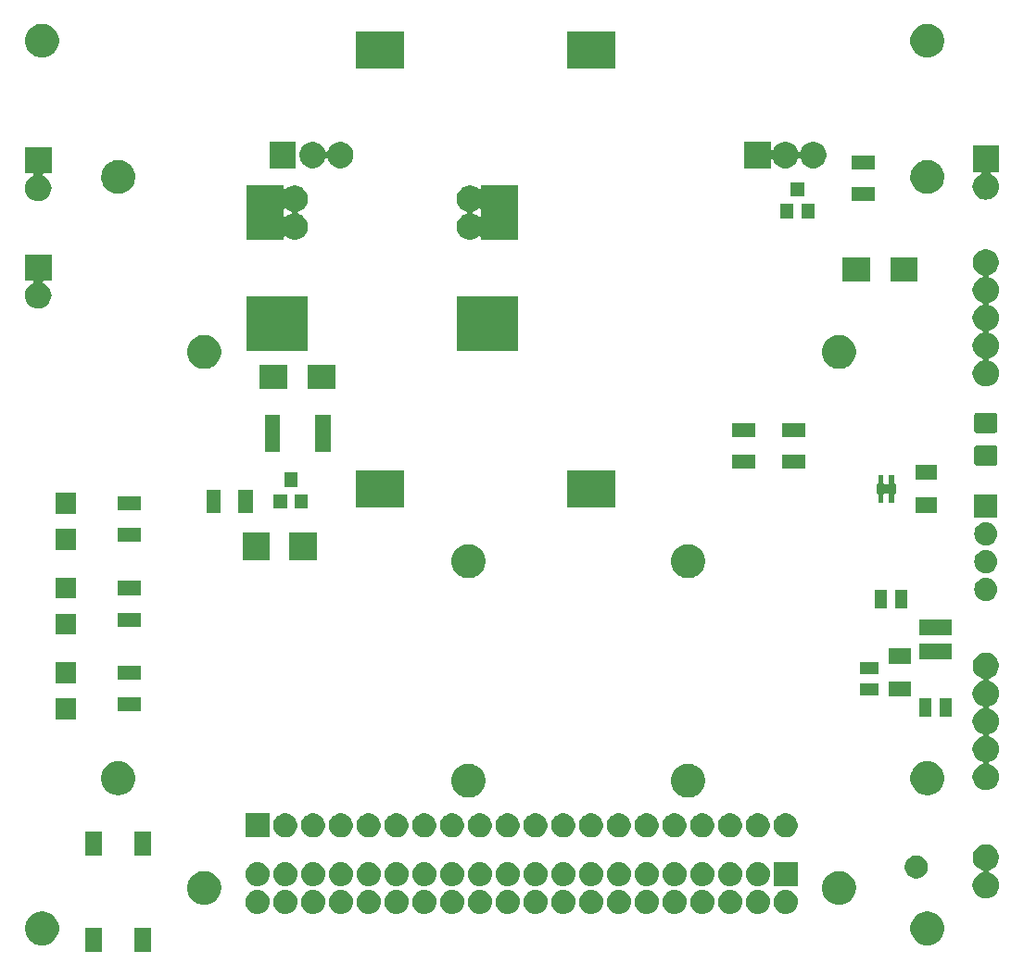
<source format=gts>
G04 #@! TF.GenerationSoftware,KiCad,Pcbnew,5.1.4-3.fc30*
G04 #@! TF.CreationDate,2019-10-14T23:32:37+02:00*
G04 #@! TF.ProjectId,backplane,6261636b-706c-4616-9e65-2e6b69636164,v2.1-2*
G04 #@! TF.SameCoordinates,Original*
G04 #@! TF.FileFunction,Soldermask,Top*
G04 #@! TF.FilePolarity,Negative*
%FSLAX46Y46*%
G04 Gerber Fmt 4.6, Leading zero omitted, Abs format (unit mm)*
G04 Created by KiCad (PCBNEW 5.1.4-3.fc30) date 2019-10-14 23:32:37*
%MOMM*%
%LPD*%
G04 APERTURE LIST*
%ADD10C,0.100000*%
G04 APERTURE END LIST*
D10*
G36*
X128984000Y-152566000D02*
G01*
X127484000Y-152566000D01*
X127484000Y-150366000D01*
X128984000Y-150366000D01*
X128984000Y-152566000D01*
X128984000Y-152566000D01*
G37*
G36*
X124484000Y-152566000D02*
G01*
X122984000Y-152566000D01*
X122984000Y-150366000D01*
X124484000Y-150366000D01*
X124484000Y-152566000D01*
X124484000Y-152566000D01*
G37*
G36*
X119299390Y-148869783D02*
G01*
X119449118Y-148899565D01*
X119565960Y-148947963D01*
X119731199Y-149016407D01*
X119815439Y-149072694D01*
X119985068Y-149186036D01*
X120200964Y-149401932D01*
X120314306Y-149571561D01*
X120370593Y-149655801D01*
X120487435Y-149937883D01*
X120547000Y-150237337D01*
X120547000Y-150542663D01*
X120487435Y-150842117D01*
X120370593Y-151124199D01*
X120370592Y-151124200D01*
X120200964Y-151378068D01*
X119985068Y-151593964D01*
X119815439Y-151707306D01*
X119731199Y-151763593D01*
X119565960Y-151832037D01*
X119449118Y-151880435D01*
X119299390Y-151910217D01*
X119149663Y-151940000D01*
X118844337Y-151940000D01*
X118694610Y-151910217D01*
X118544882Y-151880435D01*
X118428040Y-151832037D01*
X118262801Y-151763593D01*
X118178561Y-151707306D01*
X118008932Y-151593964D01*
X117793036Y-151378068D01*
X117623408Y-151124200D01*
X117623407Y-151124199D01*
X117506565Y-150842117D01*
X117447000Y-150542663D01*
X117447000Y-150237337D01*
X117506565Y-149937883D01*
X117623407Y-149655801D01*
X117679694Y-149571561D01*
X117793036Y-149401932D01*
X118008932Y-149186036D01*
X118178561Y-149072694D01*
X118262801Y-149016407D01*
X118428040Y-148947963D01*
X118544882Y-148899565D01*
X118694610Y-148869783D01*
X118844337Y-148840000D01*
X119149663Y-148840000D01*
X119299390Y-148869783D01*
X119299390Y-148869783D01*
G37*
G36*
X200200390Y-148869783D02*
G01*
X200350118Y-148899565D01*
X200466960Y-148947963D01*
X200632199Y-149016407D01*
X200716439Y-149072694D01*
X200886068Y-149186036D01*
X201101964Y-149401932D01*
X201215306Y-149571561D01*
X201271593Y-149655801D01*
X201388435Y-149937883D01*
X201448000Y-150237337D01*
X201448000Y-150542663D01*
X201388435Y-150842117D01*
X201271593Y-151124199D01*
X201271592Y-151124200D01*
X201101964Y-151378068D01*
X200886068Y-151593964D01*
X200716439Y-151707306D01*
X200632199Y-151763593D01*
X200466960Y-151832037D01*
X200350118Y-151880435D01*
X200200390Y-151910217D01*
X200050663Y-151940000D01*
X199745337Y-151940000D01*
X199595610Y-151910217D01*
X199445882Y-151880435D01*
X199329040Y-151832037D01*
X199163801Y-151763593D01*
X199079561Y-151707306D01*
X198909932Y-151593964D01*
X198694036Y-151378068D01*
X198524408Y-151124200D01*
X198524407Y-151124199D01*
X198407565Y-150842117D01*
X198348000Y-150542663D01*
X198348000Y-150237337D01*
X198407565Y-149937883D01*
X198524407Y-149655801D01*
X198580694Y-149571561D01*
X198694036Y-149401932D01*
X198909932Y-149186036D01*
X199079561Y-149072694D01*
X199163801Y-149016407D01*
X199329040Y-148947963D01*
X199445882Y-148899565D01*
X199595610Y-148869783D01*
X199745337Y-148840000D01*
X200050663Y-148840000D01*
X200200390Y-148869783D01*
X200200390Y-148869783D01*
G37*
G36*
X176918837Y-146862958D02*
G01*
X176999638Y-146870916D01*
X177153034Y-146917449D01*
X177206992Y-146933817D01*
X177398084Y-147035957D01*
X177565581Y-147173419D01*
X177703043Y-147340916D01*
X177805183Y-147532008D01*
X177809130Y-147545019D01*
X177868084Y-147739362D01*
X177889322Y-147955000D01*
X177868084Y-148170638D01*
X177821551Y-148324034D01*
X177805183Y-148377992D01*
X177703043Y-148569084D01*
X177565581Y-148736581D01*
X177398084Y-148874043D01*
X177206992Y-148976183D01*
X177153034Y-148992551D01*
X176999638Y-149039084D01*
X176918837Y-149047042D01*
X176838038Y-149055000D01*
X176729962Y-149055000D01*
X176649163Y-149047042D01*
X176568362Y-149039084D01*
X176414966Y-148992551D01*
X176361008Y-148976183D01*
X176169916Y-148874043D01*
X176002419Y-148736581D01*
X175864957Y-148569084D01*
X175762817Y-148377992D01*
X175746449Y-148324034D01*
X175699916Y-148170638D01*
X175678678Y-147955000D01*
X175699916Y-147739362D01*
X175758870Y-147545019D01*
X175762817Y-147532008D01*
X175864957Y-147340916D01*
X176002419Y-147173419D01*
X176169916Y-147035957D01*
X176361008Y-146933817D01*
X176414966Y-146917449D01*
X176568362Y-146870916D01*
X176649163Y-146862958D01*
X176729962Y-146855000D01*
X176838038Y-146855000D01*
X176918837Y-146862958D01*
X176918837Y-146862958D01*
G37*
G36*
X187078837Y-146862958D02*
G01*
X187159638Y-146870916D01*
X187313034Y-146917449D01*
X187366992Y-146933817D01*
X187558084Y-147035957D01*
X187725581Y-147173419D01*
X187863043Y-147340916D01*
X187965183Y-147532008D01*
X187969130Y-147545019D01*
X188028084Y-147739362D01*
X188049322Y-147955000D01*
X188028084Y-148170638D01*
X187981551Y-148324034D01*
X187965183Y-148377992D01*
X187863043Y-148569084D01*
X187725581Y-148736581D01*
X187558084Y-148874043D01*
X187366992Y-148976183D01*
X187313034Y-148992551D01*
X187159638Y-149039084D01*
X187078837Y-149047042D01*
X186998038Y-149055000D01*
X186889962Y-149055000D01*
X186809163Y-149047042D01*
X186728362Y-149039084D01*
X186574966Y-148992551D01*
X186521008Y-148976183D01*
X186329916Y-148874043D01*
X186162419Y-148736581D01*
X186024957Y-148569084D01*
X185922817Y-148377992D01*
X185906449Y-148324034D01*
X185859916Y-148170638D01*
X185838678Y-147955000D01*
X185859916Y-147739362D01*
X185918870Y-147545019D01*
X185922817Y-147532008D01*
X186024957Y-147340916D01*
X186162419Y-147173419D01*
X186329916Y-147035957D01*
X186521008Y-146933817D01*
X186574966Y-146917449D01*
X186728362Y-146870916D01*
X186809163Y-146862958D01*
X186889962Y-146855000D01*
X186998038Y-146855000D01*
X187078837Y-146862958D01*
X187078837Y-146862958D01*
G37*
G36*
X184538837Y-146862958D02*
G01*
X184619638Y-146870916D01*
X184773034Y-146917449D01*
X184826992Y-146933817D01*
X185018084Y-147035957D01*
X185185581Y-147173419D01*
X185323043Y-147340916D01*
X185425183Y-147532008D01*
X185429130Y-147545019D01*
X185488084Y-147739362D01*
X185509322Y-147955000D01*
X185488084Y-148170638D01*
X185441551Y-148324034D01*
X185425183Y-148377992D01*
X185323043Y-148569084D01*
X185185581Y-148736581D01*
X185018084Y-148874043D01*
X184826992Y-148976183D01*
X184773034Y-148992551D01*
X184619638Y-149039084D01*
X184538837Y-149047042D01*
X184458038Y-149055000D01*
X184349962Y-149055000D01*
X184269163Y-149047042D01*
X184188362Y-149039084D01*
X184034966Y-148992551D01*
X183981008Y-148976183D01*
X183789916Y-148874043D01*
X183622419Y-148736581D01*
X183484957Y-148569084D01*
X183382817Y-148377992D01*
X183366449Y-148324034D01*
X183319916Y-148170638D01*
X183298678Y-147955000D01*
X183319916Y-147739362D01*
X183378870Y-147545019D01*
X183382817Y-147532008D01*
X183484957Y-147340916D01*
X183622419Y-147173419D01*
X183789916Y-147035957D01*
X183981008Y-146933817D01*
X184034966Y-146917449D01*
X184188362Y-146870916D01*
X184269163Y-146862958D01*
X184349962Y-146855000D01*
X184458038Y-146855000D01*
X184538837Y-146862958D01*
X184538837Y-146862958D01*
G37*
G36*
X181998837Y-146862958D02*
G01*
X182079638Y-146870916D01*
X182233034Y-146917449D01*
X182286992Y-146933817D01*
X182478084Y-147035957D01*
X182645581Y-147173419D01*
X182783043Y-147340916D01*
X182885183Y-147532008D01*
X182889130Y-147545019D01*
X182948084Y-147739362D01*
X182969322Y-147955000D01*
X182948084Y-148170638D01*
X182901551Y-148324034D01*
X182885183Y-148377992D01*
X182783043Y-148569084D01*
X182645581Y-148736581D01*
X182478084Y-148874043D01*
X182286992Y-148976183D01*
X182233034Y-148992551D01*
X182079638Y-149039084D01*
X181998837Y-149047042D01*
X181918038Y-149055000D01*
X181809962Y-149055000D01*
X181729163Y-149047042D01*
X181648362Y-149039084D01*
X181494966Y-148992551D01*
X181441008Y-148976183D01*
X181249916Y-148874043D01*
X181082419Y-148736581D01*
X180944957Y-148569084D01*
X180842817Y-148377992D01*
X180826449Y-148324034D01*
X180779916Y-148170638D01*
X180758678Y-147955000D01*
X180779916Y-147739362D01*
X180838870Y-147545019D01*
X180842817Y-147532008D01*
X180944957Y-147340916D01*
X181082419Y-147173419D01*
X181249916Y-147035957D01*
X181441008Y-146933817D01*
X181494966Y-146917449D01*
X181648362Y-146870916D01*
X181729163Y-146862958D01*
X181809962Y-146855000D01*
X181918038Y-146855000D01*
X181998837Y-146862958D01*
X181998837Y-146862958D01*
G37*
G36*
X179458837Y-146862958D02*
G01*
X179539638Y-146870916D01*
X179693034Y-146917449D01*
X179746992Y-146933817D01*
X179938084Y-147035957D01*
X180105581Y-147173419D01*
X180243043Y-147340916D01*
X180345183Y-147532008D01*
X180349130Y-147545019D01*
X180408084Y-147739362D01*
X180429322Y-147955000D01*
X180408084Y-148170638D01*
X180361551Y-148324034D01*
X180345183Y-148377992D01*
X180243043Y-148569084D01*
X180105581Y-148736581D01*
X179938084Y-148874043D01*
X179746992Y-148976183D01*
X179693034Y-148992551D01*
X179539638Y-149039084D01*
X179458837Y-149047042D01*
X179378038Y-149055000D01*
X179269962Y-149055000D01*
X179189163Y-149047042D01*
X179108362Y-149039084D01*
X178954966Y-148992551D01*
X178901008Y-148976183D01*
X178709916Y-148874043D01*
X178542419Y-148736581D01*
X178404957Y-148569084D01*
X178302817Y-148377992D01*
X178286449Y-148324034D01*
X178239916Y-148170638D01*
X178218678Y-147955000D01*
X178239916Y-147739362D01*
X178298870Y-147545019D01*
X178302817Y-147532008D01*
X178404957Y-147340916D01*
X178542419Y-147173419D01*
X178709916Y-147035957D01*
X178901008Y-146933817D01*
X178954966Y-146917449D01*
X179108362Y-146870916D01*
X179189163Y-146862958D01*
X179269962Y-146855000D01*
X179378038Y-146855000D01*
X179458837Y-146862958D01*
X179458837Y-146862958D01*
G37*
G36*
X174378837Y-146862958D02*
G01*
X174459638Y-146870916D01*
X174613034Y-146917449D01*
X174666992Y-146933817D01*
X174858084Y-147035957D01*
X175025581Y-147173419D01*
X175163043Y-147340916D01*
X175265183Y-147532008D01*
X175269130Y-147545019D01*
X175328084Y-147739362D01*
X175349322Y-147955000D01*
X175328084Y-148170638D01*
X175281551Y-148324034D01*
X175265183Y-148377992D01*
X175163043Y-148569084D01*
X175025581Y-148736581D01*
X174858084Y-148874043D01*
X174666992Y-148976183D01*
X174613034Y-148992551D01*
X174459638Y-149039084D01*
X174378837Y-149047042D01*
X174298038Y-149055000D01*
X174189962Y-149055000D01*
X174109163Y-149047042D01*
X174028362Y-149039084D01*
X173874966Y-148992551D01*
X173821008Y-148976183D01*
X173629916Y-148874043D01*
X173462419Y-148736581D01*
X173324957Y-148569084D01*
X173222817Y-148377992D01*
X173206449Y-148324034D01*
X173159916Y-148170638D01*
X173138678Y-147955000D01*
X173159916Y-147739362D01*
X173218870Y-147545019D01*
X173222817Y-147532008D01*
X173324957Y-147340916D01*
X173462419Y-147173419D01*
X173629916Y-147035957D01*
X173821008Y-146933817D01*
X173874966Y-146917449D01*
X174028362Y-146870916D01*
X174109163Y-146862958D01*
X174189962Y-146855000D01*
X174298038Y-146855000D01*
X174378837Y-146862958D01*
X174378837Y-146862958D01*
G37*
G36*
X171838837Y-146862958D02*
G01*
X171919638Y-146870916D01*
X172073034Y-146917449D01*
X172126992Y-146933817D01*
X172318084Y-147035957D01*
X172485581Y-147173419D01*
X172623043Y-147340916D01*
X172725183Y-147532008D01*
X172729130Y-147545019D01*
X172788084Y-147739362D01*
X172809322Y-147955000D01*
X172788084Y-148170638D01*
X172741551Y-148324034D01*
X172725183Y-148377992D01*
X172623043Y-148569084D01*
X172485581Y-148736581D01*
X172318084Y-148874043D01*
X172126992Y-148976183D01*
X172073034Y-148992551D01*
X171919638Y-149039084D01*
X171838837Y-149047042D01*
X171758038Y-149055000D01*
X171649962Y-149055000D01*
X171569163Y-149047042D01*
X171488362Y-149039084D01*
X171334966Y-148992551D01*
X171281008Y-148976183D01*
X171089916Y-148874043D01*
X170922419Y-148736581D01*
X170784957Y-148569084D01*
X170682817Y-148377992D01*
X170666449Y-148324034D01*
X170619916Y-148170638D01*
X170598678Y-147955000D01*
X170619916Y-147739362D01*
X170678870Y-147545019D01*
X170682817Y-147532008D01*
X170784957Y-147340916D01*
X170922419Y-147173419D01*
X171089916Y-147035957D01*
X171281008Y-146933817D01*
X171334966Y-146917449D01*
X171488362Y-146870916D01*
X171569163Y-146862958D01*
X171649962Y-146855000D01*
X171758038Y-146855000D01*
X171838837Y-146862958D01*
X171838837Y-146862958D01*
G37*
G36*
X169298837Y-146862958D02*
G01*
X169379638Y-146870916D01*
X169533034Y-146917449D01*
X169586992Y-146933817D01*
X169778084Y-147035957D01*
X169945581Y-147173419D01*
X170083043Y-147340916D01*
X170185183Y-147532008D01*
X170189130Y-147545019D01*
X170248084Y-147739362D01*
X170269322Y-147955000D01*
X170248084Y-148170638D01*
X170201551Y-148324034D01*
X170185183Y-148377992D01*
X170083043Y-148569084D01*
X169945581Y-148736581D01*
X169778084Y-148874043D01*
X169586992Y-148976183D01*
X169533034Y-148992551D01*
X169379638Y-149039084D01*
X169298837Y-149047042D01*
X169218038Y-149055000D01*
X169109962Y-149055000D01*
X169029163Y-149047042D01*
X168948362Y-149039084D01*
X168794966Y-148992551D01*
X168741008Y-148976183D01*
X168549916Y-148874043D01*
X168382419Y-148736581D01*
X168244957Y-148569084D01*
X168142817Y-148377992D01*
X168126449Y-148324034D01*
X168079916Y-148170638D01*
X168058678Y-147955000D01*
X168079916Y-147739362D01*
X168138870Y-147545019D01*
X168142817Y-147532008D01*
X168244957Y-147340916D01*
X168382419Y-147173419D01*
X168549916Y-147035957D01*
X168741008Y-146933817D01*
X168794966Y-146917449D01*
X168948362Y-146870916D01*
X169029163Y-146862958D01*
X169109962Y-146855000D01*
X169218038Y-146855000D01*
X169298837Y-146862958D01*
X169298837Y-146862958D01*
G37*
G36*
X166758837Y-146862958D02*
G01*
X166839638Y-146870916D01*
X166993034Y-146917449D01*
X167046992Y-146933817D01*
X167238084Y-147035957D01*
X167405581Y-147173419D01*
X167543043Y-147340916D01*
X167645183Y-147532008D01*
X167649130Y-147545019D01*
X167708084Y-147739362D01*
X167729322Y-147955000D01*
X167708084Y-148170638D01*
X167661551Y-148324034D01*
X167645183Y-148377992D01*
X167543043Y-148569084D01*
X167405581Y-148736581D01*
X167238084Y-148874043D01*
X167046992Y-148976183D01*
X166993034Y-148992551D01*
X166839638Y-149039084D01*
X166758837Y-149047042D01*
X166678038Y-149055000D01*
X166569962Y-149055000D01*
X166489163Y-149047042D01*
X166408362Y-149039084D01*
X166254966Y-148992551D01*
X166201008Y-148976183D01*
X166009916Y-148874043D01*
X165842419Y-148736581D01*
X165704957Y-148569084D01*
X165602817Y-148377992D01*
X165586449Y-148324034D01*
X165539916Y-148170638D01*
X165518678Y-147955000D01*
X165539916Y-147739362D01*
X165598870Y-147545019D01*
X165602817Y-147532008D01*
X165704957Y-147340916D01*
X165842419Y-147173419D01*
X166009916Y-147035957D01*
X166201008Y-146933817D01*
X166254966Y-146917449D01*
X166408362Y-146870916D01*
X166489163Y-146862958D01*
X166569962Y-146855000D01*
X166678038Y-146855000D01*
X166758837Y-146862958D01*
X166758837Y-146862958D01*
G37*
G36*
X164218837Y-146862958D02*
G01*
X164299638Y-146870916D01*
X164453034Y-146917449D01*
X164506992Y-146933817D01*
X164698084Y-147035957D01*
X164865581Y-147173419D01*
X165003043Y-147340916D01*
X165105183Y-147532008D01*
X165109130Y-147545019D01*
X165168084Y-147739362D01*
X165189322Y-147955000D01*
X165168084Y-148170638D01*
X165121551Y-148324034D01*
X165105183Y-148377992D01*
X165003043Y-148569084D01*
X164865581Y-148736581D01*
X164698084Y-148874043D01*
X164506992Y-148976183D01*
X164453034Y-148992551D01*
X164299638Y-149039084D01*
X164218837Y-149047042D01*
X164138038Y-149055000D01*
X164029962Y-149055000D01*
X163949163Y-149047042D01*
X163868362Y-149039084D01*
X163714966Y-148992551D01*
X163661008Y-148976183D01*
X163469916Y-148874043D01*
X163302419Y-148736581D01*
X163164957Y-148569084D01*
X163062817Y-148377992D01*
X163046449Y-148324034D01*
X162999916Y-148170638D01*
X162978678Y-147955000D01*
X162999916Y-147739362D01*
X163058870Y-147545019D01*
X163062817Y-147532008D01*
X163164957Y-147340916D01*
X163302419Y-147173419D01*
X163469916Y-147035957D01*
X163661008Y-146933817D01*
X163714966Y-146917449D01*
X163868362Y-146870916D01*
X163949163Y-146862958D01*
X164029962Y-146855000D01*
X164138038Y-146855000D01*
X164218837Y-146862958D01*
X164218837Y-146862958D01*
G37*
G36*
X156598837Y-146862958D02*
G01*
X156679638Y-146870916D01*
X156833034Y-146917449D01*
X156886992Y-146933817D01*
X157078084Y-147035957D01*
X157245581Y-147173419D01*
X157383043Y-147340916D01*
X157485183Y-147532008D01*
X157489130Y-147545019D01*
X157548084Y-147739362D01*
X157569322Y-147955000D01*
X157548084Y-148170638D01*
X157501551Y-148324034D01*
X157485183Y-148377992D01*
X157383043Y-148569084D01*
X157245581Y-148736581D01*
X157078084Y-148874043D01*
X156886992Y-148976183D01*
X156833034Y-148992551D01*
X156679638Y-149039084D01*
X156598837Y-149047042D01*
X156518038Y-149055000D01*
X156409962Y-149055000D01*
X156329163Y-149047042D01*
X156248362Y-149039084D01*
X156094966Y-148992551D01*
X156041008Y-148976183D01*
X155849916Y-148874043D01*
X155682419Y-148736581D01*
X155544957Y-148569084D01*
X155442817Y-148377992D01*
X155426449Y-148324034D01*
X155379916Y-148170638D01*
X155358678Y-147955000D01*
X155379916Y-147739362D01*
X155438870Y-147545019D01*
X155442817Y-147532008D01*
X155544957Y-147340916D01*
X155682419Y-147173419D01*
X155849916Y-147035957D01*
X156041008Y-146933817D01*
X156094966Y-146917449D01*
X156248362Y-146870916D01*
X156329163Y-146862958D01*
X156409962Y-146855000D01*
X156518038Y-146855000D01*
X156598837Y-146862958D01*
X156598837Y-146862958D01*
G37*
G36*
X154058837Y-146862958D02*
G01*
X154139638Y-146870916D01*
X154293034Y-146917449D01*
X154346992Y-146933817D01*
X154538084Y-147035957D01*
X154705581Y-147173419D01*
X154843043Y-147340916D01*
X154945183Y-147532008D01*
X154949130Y-147545019D01*
X155008084Y-147739362D01*
X155029322Y-147955000D01*
X155008084Y-148170638D01*
X154961551Y-148324034D01*
X154945183Y-148377992D01*
X154843043Y-148569084D01*
X154705581Y-148736581D01*
X154538084Y-148874043D01*
X154346992Y-148976183D01*
X154293034Y-148992551D01*
X154139638Y-149039084D01*
X154058837Y-149047042D01*
X153978038Y-149055000D01*
X153869962Y-149055000D01*
X153789163Y-149047042D01*
X153708362Y-149039084D01*
X153554966Y-148992551D01*
X153501008Y-148976183D01*
X153309916Y-148874043D01*
X153142419Y-148736581D01*
X153004957Y-148569084D01*
X152902817Y-148377992D01*
X152886449Y-148324034D01*
X152839916Y-148170638D01*
X152818678Y-147955000D01*
X152839916Y-147739362D01*
X152898870Y-147545019D01*
X152902817Y-147532008D01*
X153004957Y-147340916D01*
X153142419Y-147173419D01*
X153309916Y-147035957D01*
X153501008Y-146933817D01*
X153554966Y-146917449D01*
X153708362Y-146870916D01*
X153789163Y-146862958D01*
X153869962Y-146855000D01*
X153978038Y-146855000D01*
X154058837Y-146862958D01*
X154058837Y-146862958D01*
G37*
G36*
X151518837Y-146862958D02*
G01*
X151599638Y-146870916D01*
X151753034Y-146917449D01*
X151806992Y-146933817D01*
X151998084Y-147035957D01*
X152165581Y-147173419D01*
X152303043Y-147340916D01*
X152405183Y-147532008D01*
X152409130Y-147545019D01*
X152468084Y-147739362D01*
X152489322Y-147955000D01*
X152468084Y-148170638D01*
X152421551Y-148324034D01*
X152405183Y-148377992D01*
X152303043Y-148569084D01*
X152165581Y-148736581D01*
X151998084Y-148874043D01*
X151806992Y-148976183D01*
X151753034Y-148992551D01*
X151599638Y-149039084D01*
X151518837Y-149047042D01*
X151438038Y-149055000D01*
X151329962Y-149055000D01*
X151249163Y-149047042D01*
X151168362Y-149039084D01*
X151014966Y-148992551D01*
X150961008Y-148976183D01*
X150769916Y-148874043D01*
X150602419Y-148736581D01*
X150464957Y-148569084D01*
X150362817Y-148377992D01*
X150346449Y-148324034D01*
X150299916Y-148170638D01*
X150278678Y-147955000D01*
X150299916Y-147739362D01*
X150358870Y-147545019D01*
X150362817Y-147532008D01*
X150464957Y-147340916D01*
X150602419Y-147173419D01*
X150769916Y-147035957D01*
X150961008Y-146933817D01*
X151014966Y-146917449D01*
X151168362Y-146870916D01*
X151249163Y-146862958D01*
X151329962Y-146855000D01*
X151438038Y-146855000D01*
X151518837Y-146862958D01*
X151518837Y-146862958D01*
G37*
G36*
X148978837Y-146862958D02*
G01*
X149059638Y-146870916D01*
X149213034Y-146917449D01*
X149266992Y-146933817D01*
X149458084Y-147035957D01*
X149625581Y-147173419D01*
X149763043Y-147340916D01*
X149865183Y-147532008D01*
X149869130Y-147545019D01*
X149928084Y-147739362D01*
X149949322Y-147955000D01*
X149928084Y-148170638D01*
X149881551Y-148324034D01*
X149865183Y-148377992D01*
X149763043Y-148569084D01*
X149625581Y-148736581D01*
X149458084Y-148874043D01*
X149266992Y-148976183D01*
X149213034Y-148992551D01*
X149059638Y-149039084D01*
X148978837Y-149047042D01*
X148898038Y-149055000D01*
X148789962Y-149055000D01*
X148709163Y-149047042D01*
X148628362Y-149039084D01*
X148474966Y-148992551D01*
X148421008Y-148976183D01*
X148229916Y-148874043D01*
X148062419Y-148736581D01*
X147924957Y-148569084D01*
X147822817Y-148377992D01*
X147806449Y-148324034D01*
X147759916Y-148170638D01*
X147738678Y-147955000D01*
X147759916Y-147739362D01*
X147818870Y-147545019D01*
X147822817Y-147532008D01*
X147924957Y-147340916D01*
X148062419Y-147173419D01*
X148229916Y-147035957D01*
X148421008Y-146933817D01*
X148474966Y-146917449D01*
X148628362Y-146870916D01*
X148709163Y-146862958D01*
X148789962Y-146855000D01*
X148898038Y-146855000D01*
X148978837Y-146862958D01*
X148978837Y-146862958D01*
G37*
G36*
X161678837Y-146862958D02*
G01*
X161759638Y-146870916D01*
X161913034Y-146917449D01*
X161966992Y-146933817D01*
X162158084Y-147035957D01*
X162325581Y-147173419D01*
X162463043Y-147340916D01*
X162565183Y-147532008D01*
X162569130Y-147545019D01*
X162628084Y-147739362D01*
X162649322Y-147955000D01*
X162628084Y-148170638D01*
X162581551Y-148324034D01*
X162565183Y-148377992D01*
X162463043Y-148569084D01*
X162325581Y-148736581D01*
X162158084Y-148874043D01*
X161966992Y-148976183D01*
X161913034Y-148992551D01*
X161759638Y-149039084D01*
X161678837Y-149047042D01*
X161598038Y-149055000D01*
X161489962Y-149055000D01*
X161409163Y-149047042D01*
X161328362Y-149039084D01*
X161174966Y-148992551D01*
X161121008Y-148976183D01*
X160929916Y-148874043D01*
X160762419Y-148736581D01*
X160624957Y-148569084D01*
X160522817Y-148377992D01*
X160506449Y-148324034D01*
X160459916Y-148170638D01*
X160438678Y-147955000D01*
X160459916Y-147739362D01*
X160518870Y-147545019D01*
X160522817Y-147532008D01*
X160624957Y-147340916D01*
X160762419Y-147173419D01*
X160929916Y-147035957D01*
X161121008Y-146933817D01*
X161174966Y-146917449D01*
X161328362Y-146870916D01*
X161409163Y-146862958D01*
X161489962Y-146855000D01*
X161598038Y-146855000D01*
X161678837Y-146862958D01*
X161678837Y-146862958D01*
G37*
G36*
X146438837Y-146862958D02*
G01*
X146519638Y-146870916D01*
X146673034Y-146917449D01*
X146726992Y-146933817D01*
X146918084Y-147035957D01*
X147085581Y-147173419D01*
X147223043Y-147340916D01*
X147325183Y-147532008D01*
X147329130Y-147545019D01*
X147388084Y-147739362D01*
X147409322Y-147955000D01*
X147388084Y-148170638D01*
X147341551Y-148324034D01*
X147325183Y-148377992D01*
X147223043Y-148569084D01*
X147085581Y-148736581D01*
X146918084Y-148874043D01*
X146726992Y-148976183D01*
X146673034Y-148992551D01*
X146519638Y-149039084D01*
X146438837Y-149047042D01*
X146358038Y-149055000D01*
X146249962Y-149055000D01*
X146169163Y-149047042D01*
X146088362Y-149039084D01*
X145934966Y-148992551D01*
X145881008Y-148976183D01*
X145689916Y-148874043D01*
X145522419Y-148736581D01*
X145384957Y-148569084D01*
X145282817Y-148377992D01*
X145266449Y-148324034D01*
X145219916Y-148170638D01*
X145198678Y-147955000D01*
X145219916Y-147739362D01*
X145278870Y-147545019D01*
X145282817Y-147532008D01*
X145384957Y-147340916D01*
X145522419Y-147173419D01*
X145689916Y-147035957D01*
X145881008Y-146933817D01*
X145934966Y-146917449D01*
X146088362Y-146870916D01*
X146169163Y-146862958D01*
X146249962Y-146855000D01*
X146358038Y-146855000D01*
X146438837Y-146862958D01*
X146438837Y-146862958D01*
G37*
G36*
X141358837Y-146862958D02*
G01*
X141439638Y-146870916D01*
X141593034Y-146917449D01*
X141646992Y-146933817D01*
X141838084Y-147035957D01*
X142005581Y-147173419D01*
X142143043Y-147340916D01*
X142245183Y-147532008D01*
X142249130Y-147545019D01*
X142308084Y-147739362D01*
X142329322Y-147955000D01*
X142308084Y-148170638D01*
X142261551Y-148324034D01*
X142245183Y-148377992D01*
X142143043Y-148569084D01*
X142005581Y-148736581D01*
X141838084Y-148874043D01*
X141646992Y-148976183D01*
X141593034Y-148992551D01*
X141439638Y-149039084D01*
X141358837Y-149047042D01*
X141278038Y-149055000D01*
X141169962Y-149055000D01*
X141089163Y-149047042D01*
X141008362Y-149039084D01*
X140854966Y-148992551D01*
X140801008Y-148976183D01*
X140609916Y-148874043D01*
X140442419Y-148736581D01*
X140304957Y-148569084D01*
X140202817Y-148377992D01*
X140186449Y-148324034D01*
X140139916Y-148170638D01*
X140118678Y-147955000D01*
X140139916Y-147739362D01*
X140198870Y-147545019D01*
X140202817Y-147532008D01*
X140304957Y-147340916D01*
X140442419Y-147173419D01*
X140609916Y-147035957D01*
X140801008Y-146933817D01*
X140854966Y-146917449D01*
X141008362Y-146870916D01*
X141089163Y-146862958D01*
X141169962Y-146855000D01*
X141278038Y-146855000D01*
X141358837Y-146862958D01*
X141358837Y-146862958D01*
G37*
G36*
X138818837Y-146862958D02*
G01*
X138899638Y-146870916D01*
X139053034Y-146917449D01*
X139106992Y-146933817D01*
X139298084Y-147035957D01*
X139465581Y-147173419D01*
X139603043Y-147340916D01*
X139705183Y-147532008D01*
X139709130Y-147545019D01*
X139768084Y-147739362D01*
X139789322Y-147955000D01*
X139768084Y-148170638D01*
X139721551Y-148324034D01*
X139705183Y-148377992D01*
X139603043Y-148569084D01*
X139465581Y-148736581D01*
X139298084Y-148874043D01*
X139106992Y-148976183D01*
X139053034Y-148992551D01*
X138899638Y-149039084D01*
X138818837Y-149047042D01*
X138738038Y-149055000D01*
X138629962Y-149055000D01*
X138549163Y-149047042D01*
X138468362Y-149039084D01*
X138314966Y-148992551D01*
X138261008Y-148976183D01*
X138069916Y-148874043D01*
X137902419Y-148736581D01*
X137764957Y-148569084D01*
X137662817Y-148377992D01*
X137646449Y-148324034D01*
X137599916Y-148170638D01*
X137578678Y-147955000D01*
X137599916Y-147739362D01*
X137658870Y-147545019D01*
X137662817Y-147532008D01*
X137764957Y-147340916D01*
X137902419Y-147173419D01*
X138069916Y-147035957D01*
X138261008Y-146933817D01*
X138314966Y-146917449D01*
X138468362Y-146870916D01*
X138549163Y-146862958D01*
X138629962Y-146855000D01*
X138738038Y-146855000D01*
X138818837Y-146862958D01*
X138818837Y-146862958D01*
G37*
G36*
X143898837Y-146862958D02*
G01*
X143979638Y-146870916D01*
X144133034Y-146917449D01*
X144186992Y-146933817D01*
X144378084Y-147035957D01*
X144545581Y-147173419D01*
X144683043Y-147340916D01*
X144785183Y-147532008D01*
X144789130Y-147545019D01*
X144848084Y-147739362D01*
X144869322Y-147955000D01*
X144848084Y-148170638D01*
X144801551Y-148324034D01*
X144785183Y-148377992D01*
X144683043Y-148569084D01*
X144545581Y-148736581D01*
X144378084Y-148874043D01*
X144186992Y-148976183D01*
X144133034Y-148992551D01*
X143979638Y-149039084D01*
X143898837Y-149047042D01*
X143818038Y-149055000D01*
X143709962Y-149055000D01*
X143629163Y-149047042D01*
X143548362Y-149039084D01*
X143394966Y-148992551D01*
X143341008Y-148976183D01*
X143149916Y-148874043D01*
X142982419Y-148736581D01*
X142844957Y-148569084D01*
X142742817Y-148377992D01*
X142726449Y-148324034D01*
X142679916Y-148170638D01*
X142658678Y-147955000D01*
X142679916Y-147739362D01*
X142738870Y-147545019D01*
X142742817Y-147532008D01*
X142844957Y-147340916D01*
X142982419Y-147173419D01*
X143149916Y-147035957D01*
X143341008Y-146933817D01*
X143394966Y-146917449D01*
X143548362Y-146870916D01*
X143629163Y-146862958D01*
X143709962Y-146855000D01*
X143818038Y-146855000D01*
X143898837Y-146862958D01*
X143898837Y-146862958D01*
G37*
G36*
X159138837Y-146862958D02*
G01*
X159219638Y-146870916D01*
X159373034Y-146917449D01*
X159426992Y-146933817D01*
X159618084Y-147035957D01*
X159785581Y-147173419D01*
X159923043Y-147340916D01*
X160025183Y-147532008D01*
X160029130Y-147545019D01*
X160088084Y-147739362D01*
X160109322Y-147955000D01*
X160088084Y-148170638D01*
X160041551Y-148324034D01*
X160025183Y-148377992D01*
X159923043Y-148569084D01*
X159785581Y-148736581D01*
X159618084Y-148874043D01*
X159426992Y-148976183D01*
X159373034Y-148992551D01*
X159219638Y-149039084D01*
X159138837Y-149047042D01*
X159058038Y-149055000D01*
X158949962Y-149055000D01*
X158869163Y-149047042D01*
X158788362Y-149039084D01*
X158634966Y-148992551D01*
X158581008Y-148976183D01*
X158389916Y-148874043D01*
X158222419Y-148736581D01*
X158084957Y-148569084D01*
X157982817Y-148377992D01*
X157966449Y-148324034D01*
X157919916Y-148170638D01*
X157898678Y-147955000D01*
X157919916Y-147739362D01*
X157978870Y-147545019D01*
X157982817Y-147532008D01*
X158084957Y-147340916D01*
X158222419Y-147173419D01*
X158389916Y-147035957D01*
X158581008Y-146933817D01*
X158634966Y-146917449D01*
X158788362Y-146870916D01*
X158869163Y-146862958D01*
X158949962Y-146855000D01*
X159058038Y-146855000D01*
X159138837Y-146862958D01*
X159138837Y-146862958D01*
G37*
G36*
X134113648Y-145164237D02*
G01*
X134266118Y-145194565D01*
X134382960Y-145242963D01*
X134548199Y-145311407D01*
X134548200Y-145311408D01*
X134802068Y-145481036D01*
X135017964Y-145696932D01*
X135112214Y-145837988D01*
X135187593Y-145950801D01*
X135195361Y-145969555D01*
X135289399Y-146196581D01*
X135304435Y-146232883D01*
X135364000Y-146532337D01*
X135364000Y-146837663D01*
X135353104Y-146892442D01*
X135304435Y-147137118D01*
X135256037Y-147253960D01*
X135187593Y-147419199D01*
X135177976Y-147433592D01*
X135017964Y-147673068D01*
X134802068Y-147888964D01*
X134703237Y-147955000D01*
X134548199Y-148058593D01*
X134382960Y-148127037D01*
X134266118Y-148175435D01*
X134116390Y-148205217D01*
X133966663Y-148235000D01*
X133661337Y-148235000D01*
X133511610Y-148205217D01*
X133361882Y-148175435D01*
X133245040Y-148127037D01*
X133079801Y-148058593D01*
X132924763Y-147955000D01*
X132825932Y-147888964D01*
X132610036Y-147673068D01*
X132450024Y-147433592D01*
X132440407Y-147419199D01*
X132371963Y-147253960D01*
X132323565Y-147137118D01*
X132274896Y-146892442D01*
X132264000Y-146837663D01*
X132264000Y-146532337D01*
X132323565Y-146232883D01*
X132338602Y-146196581D01*
X132432639Y-145969555D01*
X132440407Y-145950801D01*
X132515786Y-145837988D01*
X132610036Y-145696932D01*
X132825932Y-145481036D01*
X133079800Y-145311408D01*
X133079801Y-145311407D01*
X133245040Y-145242963D01*
X133361882Y-145194565D01*
X133514352Y-145164237D01*
X133661337Y-145135000D01*
X133966663Y-145135000D01*
X134113648Y-145164237D01*
X134113648Y-145164237D01*
G37*
G36*
X192113648Y-145164237D02*
G01*
X192266118Y-145194565D01*
X192382960Y-145242963D01*
X192548199Y-145311407D01*
X192548200Y-145311408D01*
X192802068Y-145481036D01*
X193017964Y-145696932D01*
X193112214Y-145837988D01*
X193187593Y-145950801D01*
X193195361Y-145969555D01*
X193289399Y-146196581D01*
X193304435Y-146232883D01*
X193364000Y-146532337D01*
X193364000Y-146837663D01*
X193353104Y-146892442D01*
X193304435Y-147137118D01*
X193256037Y-147253960D01*
X193187593Y-147419199D01*
X193177976Y-147433592D01*
X193017964Y-147673068D01*
X192802068Y-147888964D01*
X192703237Y-147955000D01*
X192548199Y-148058593D01*
X192382960Y-148127037D01*
X192266118Y-148175435D01*
X192116390Y-148205217D01*
X191966663Y-148235000D01*
X191661337Y-148235000D01*
X191511610Y-148205217D01*
X191361882Y-148175435D01*
X191245040Y-148127037D01*
X191079801Y-148058593D01*
X190924763Y-147955000D01*
X190825932Y-147888964D01*
X190610036Y-147673068D01*
X190450024Y-147433592D01*
X190440407Y-147419199D01*
X190371963Y-147253960D01*
X190323565Y-147137118D01*
X190274896Y-146892442D01*
X190264000Y-146837663D01*
X190264000Y-146532337D01*
X190323565Y-146232883D01*
X190338602Y-146196581D01*
X190432639Y-145969555D01*
X190440407Y-145950801D01*
X190515786Y-145837988D01*
X190610036Y-145696932D01*
X190825932Y-145481036D01*
X191079800Y-145311408D01*
X191079801Y-145311407D01*
X191245040Y-145242963D01*
X191361882Y-145194565D01*
X191514352Y-145164237D01*
X191661337Y-145135000D01*
X191966663Y-145135000D01*
X192113648Y-145164237D01*
X192113648Y-145164237D01*
G37*
G36*
X205582026Y-142737115D02*
G01*
X205800411Y-142827573D01*
X205800413Y-142827574D01*
X205996955Y-142958899D01*
X206164101Y-143126045D01*
X206295427Y-143322589D01*
X206385885Y-143540974D01*
X206432000Y-143772809D01*
X206432000Y-144009191D01*
X206385885Y-144241026D01*
X206355244Y-144315000D01*
X206295426Y-144459413D01*
X206164101Y-144655955D01*
X205996955Y-144823101D01*
X205800413Y-144954426D01*
X205800412Y-144954427D01*
X205800411Y-144954427D01*
X205572688Y-145048753D01*
X205551077Y-145060304D01*
X205532135Y-145075849D01*
X205516590Y-145094791D01*
X205505039Y-145116402D01*
X205497926Y-145139851D01*
X205495524Y-145164237D01*
X205497926Y-145188623D01*
X205505039Y-145212072D01*
X205516590Y-145233683D01*
X205532135Y-145252625D01*
X205551077Y-145268170D01*
X205584235Y-145283853D01*
X205693442Y-145316981D01*
X205693444Y-145316982D01*
X205693447Y-145316983D01*
X205901910Y-145428408D01*
X206084634Y-145578366D01*
X206234592Y-145761090D01*
X206346018Y-145969555D01*
X206346019Y-145969558D01*
X206414637Y-146195759D01*
X206437806Y-146431000D01*
X206414637Y-146666241D01*
X206362636Y-146837662D01*
X206346018Y-146892445D01*
X206234592Y-147100910D01*
X206084634Y-147283634D01*
X205901910Y-147433592D01*
X205693445Y-147545018D01*
X205693442Y-147545019D01*
X205467241Y-147613637D01*
X205349714Y-147625212D01*
X205290951Y-147631000D01*
X205173049Y-147631000D01*
X205114286Y-147625212D01*
X204996759Y-147613637D01*
X204770558Y-147545019D01*
X204770555Y-147545018D01*
X204562090Y-147433592D01*
X204379366Y-147283634D01*
X204229408Y-147100910D01*
X204117982Y-146892445D01*
X204101364Y-146837662D01*
X204049363Y-146666241D01*
X204026194Y-146431000D01*
X204049363Y-146195759D01*
X204117981Y-145969558D01*
X204117982Y-145969555D01*
X204229408Y-145761090D01*
X204379366Y-145578366D01*
X204562090Y-145428408D01*
X204770553Y-145316983D01*
X204770556Y-145316982D01*
X204770558Y-145316981D01*
X204879766Y-145283853D01*
X204902401Y-145274476D01*
X204922776Y-145260862D01*
X204940103Y-145243535D01*
X204953716Y-145223161D01*
X204963094Y-145200522D01*
X204967874Y-145176489D01*
X204967874Y-145151985D01*
X204963094Y-145127951D01*
X204953716Y-145105313D01*
X204940102Y-145084938D01*
X204922775Y-145067611D01*
X204891312Y-145048753D01*
X204663589Y-144954427D01*
X204663588Y-144954427D01*
X204663587Y-144954426D01*
X204467045Y-144823101D01*
X204299899Y-144655955D01*
X204168574Y-144459413D01*
X204108756Y-144315000D01*
X204078115Y-144241026D01*
X204032000Y-144009191D01*
X204032000Y-143772809D01*
X204078115Y-143540974D01*
X204168573Y-143322589D01*
X204299899Y-143126045D01*
X204467045Y-142958899D01*
X204663587Y-142827574D01*
X204663589Y-142827573D01*
X204881974Y-142737115D01*
X205113809Y-142691000D01*
X205350191Y-142691000D01*
X205582026Y-142737115D01*
X205582026Y-142737115D01*
G37*
G36*
X138818837Y-144322958D02*
G01*
X138899638Y-144330916D01*
X139053034Y-144377449D01*
X139106992Y-144393817D01*
X139298084Y-144495957D01*
X139465581Y-144633419D01*
X139603043Y-144800916D01*
X139705183Y-144992008D01*
X139705184Y-144992012D01*
X139768084Y-145199362D01*
X139789322Y-145415000D01*
X139768084Y-145630638D01*
X139747973Y-145696933D01*
X139705183Y-145837992D01*
X139603043Y-146029084D01*
X139465581Y-146196581D01*
X139298084Y-146334043D01*
X139106992Y-146436183D01*
X139053034Y-146452551D01*
X138899638Y-146499084D01*
X138818837Y-146507042D01*
X138738038Y-146515000D01*
X138629962Y-146515000D01*
X138549163Y-146507042D01*
X138468362Y-146499084D01*
X138314966Y-146452551D01*
X138261008Y-146436183D01*
X138069916Y-146334043D01*
X137902419Y-146196581D01*
X137764957Y-146029084D01*
X137662817Y-145837992D01*
X137620027Y-145696933D01*
X137599916Y-145630638D01*
X137578678Y-145415000D01*
X137599916Y-145199362D01*
X137662816Y-144992012D01*
X137662817Y-144992008D01*
X137764957Y-144800916D01*
X137902419Y-144633419D01*
X138069916Y-144495957D01*
X138261008Y-144393817D01*
X138314966Y-144377449D01*
X138468362Y-144330916D01*
X138549163Y-144322958D01*
X138629962Y-144315000D01*
X138738038Y-144315000D01*
X138818837Y-144322958D01*
X138818837Y-144322958D01*
G37*
G36*
X141358837Y-144322958D02*
G01*
X141439638Y-144330916D01*
X141593034Y-144377449D01*
X141646992Y-144393817D01*
X141838084Y-144495957D01*
X142005581Y-144633419D01*
X142143043Y-144800916D01*
X142245183Y-144992008D01*
X142245184Y-144992012D01*
X142308084Y-145199362D01*
X142329322Y-145415000D01*
X142308084Y-145630638D01*
X142287973Y-145696933D01*
X142245183Y-145837992D01*
X142143043Y-146029084D01*
X142005581Y-146196581D01*
X141838084Y-146334043D01*
X141646992Y-146436183D01*
X141593034Y-146452551D01*
X141439638Y-146499084D01*
X141358837Y-146507042D01*
X141278038Y-146515000D01*
X141169962Y-146515000D01*
X141089163Y-146507042D01*
X141008362Y-146499084D01*
X140854966Y-146452551D01*
X140801008Y-146436183D01*
X140609916Y-146334043D01*
X140442419Y-146196581D01*
X140304957Y-146029084D01*
X140202817Y-145837992D01*
X140160027Y-145696933D01*
X140139916Y-145630638D01*
X140118678Y-145415000D01*
X140139916Y-145199362D01*
X140202816Y-144992012D01*
X140202817Y-144992008D01*
X140304957Y-144800916D01*
X140442419Y-144633419D01*
X140609916Y-144495957D01*
X140801008Y-144393817D01*
X140854966Y-144377449D01*
X141008362Y-144330916D01*
X141089163Y-144322958D01*
X141169962Y-144315000D01*
X141278038Y-144315000D01*
X141358837Y-144322958D01*
X141358837Y-144322958D01*
G37*
G36*
X146438837Y-144322958D02*
G01*
X146519638Y-144330916D01*
X146673034Y-144377449D01*
X146726992Y-144393817D01*
X146918084Y-144495957D01*
X147085581Y-144633419D01*
X147223043Y-144800916D01*
X147325183Y-144992008D01*
X147325184Y-144992012D01*
X147388084Y-145199362D01*
X147409322Y-145415000D01*
X147388084Y-145630638D01*
X147367973Y-145696933D01*
X147325183Y-145837992D01*
X147223043Y-146029084D01*
X147085581Y-146196581D01*
X146918084Y-146334043D01*
X146726992Y-146436183D01*
X146673034Y-146452551D01*
X146519638Y-146499084D01*
X146438837Y-146507042D01*
X146358038Y-146515000D01*
X146249962Y-146515000D01*
X146169163Y-146507042D01*
X146088362Y-146499084D01*
X145934966Y-146452551D01*
X145881008Y-146436183D01*
X145689916Y-146334043D01*
X145522419Y-146196581D01*
X145384957Y-146029084D01*
X145282817Y-145837992D01*
X145240027Y-145696933D01*
X145219916Y-145630638D01*
X145198678Y-145415000D01*
X145219916Y-145199362D01*
X145282816Y-144992012D01*
X145282817Y-144992008D01*
X145384957Y-144800916D01*
X145522419Y-144633419D01*
X145689916Y-144495957D01*
X145881008Y-144393817D01*
X145934966Y-144377449D01*
X146088362Y-144330916D01*
X146169163Y-144322958D01*
X146249962Y-144315000D01*
X146358038Y-144315000D01*
X146438837Y-144322958D01*
X146438837Y-144322958D01*
G37*
G36*
X143898837Y-144322958D02*
G01*
X143979638Y-144330916D01*
X144133034Y-144377449D01*
X144186992Y-144393817D01*
X144378084Y-144495957D01*
X144545581Y-144633419D01*
X144683043Y-144800916D01*
X144785183Y-144992008D01*
X144785184Y-144992012D01*
X144848084Y-145199362D01*
X144869322Y-145415000D01*
X144848084Y-145630638D01*
X144827973Y-145696933D01*
X144785183Y-145837992D01*
X144683043Y-146029084D01*
X144545581Y-146196581D01*
X144378084Y-146334043D01*
X144186992Y-146436183D01*
X144133034Y-146452551D01*
X143979638Y-146499084D01*
X143898837Y-146507042D01*
X143818038Y-146515000D01*
X143709962Y-146515000D01*
X143629163Y-146507042D01*
X143548362Y-146499084D01*
X143394966Y-146452551D01*
X143341008Y-146436183D01*
X143149916Y-146334043D01*
X142982419Y-146196581D01*
X142844957Y-146029084D01*
X142742817Y-145837992D01*
X142700027Y-145696933D01*
X142679916Y-145630638D01*
X142658678Y-145415000D01*
X142679916Y-145199362D01*
X142742816Y-144992012D01*
X142742817Y-144992008D01*
X142844957Y-144800916D01*
X142982419Y-144633419D01*
X143149916Y-144495957D01*
X143341008Y-144393817D01*
X143394966Y-144377449D01*
X143548362Y-144330916D01*
X143629163Y-144322958D01*
X143709962Y-144315000D01*
X143818038Y-144315000D01*
X143898837Y-144322958D01*
X143898837Y-144322958D01*
G37*
G36*
X151518837Y-144322958D02*
G01*
X151599638Y-144330916D01*
X151753034Y-144377449D01*
X151806992Y-144393817D01*
X151998084Y-144495957D01*
X152165581Y-144633419D01*
X152303043Y-144800916D01*
X152405183Y-144992008D01*
X152405184Y-144992012D01*
X152468084Y-145199362D01*
X152489322Y-145415000D01*
X152468084Y-145630638D01*
X152447973Y-145696933D01*
X152405183Y-145837992D01*
X152303043Y-146029084D01*
X152165581Y-146196581D01*
X151998084Y-146334043D01*
X151806992Y-146436183D01*
X151753034Y-146452551D01*
X151599638Y-146499084D01*
X151518837Y-146507042D01*
X151438038Y-146515000D01*
X151329962Y-146515000D01*
X151249163Y-146507042D01*
X151168362Y-146499084D01*
X151014966Y-146452551D01*
X150961008Y-146436183D01*
X150769916Y-146334043D01*
X150602419Y-146196581D01*
X150464957Y-146029084D01*
X150362817Y-145837992D01*
X150320027Y-145696933D01*
X150299916Y-145630638D01*
X150278678Y-145415000D01*
X150299916Y-145199362D01*
X150362816Y-144992012D01*
X150362817Y-144992008D01*
X150464957Y-144800916D01*
X150602419Y-144633419D01*
X150769916Y-144495957D01*
X150961008Y-144393817D01*
X151014966Y-144377449D01*
X151168362Y-144330916D01*
X151249163Y-144322958D01*
X151329962Y-144315000D01*
X151438038Y-144315000D01*
X151518837Y-144322958D01*
X151518837Y-144322958D01*
G37*
G36*
X148978837Y-144322958D02*
G01*
X149059638Y-144330916D01*
X149213034Y-144377449D01*
X149266992Y-144393817D01*
X149458084Y-144495957D01*
X149625581Y-144633419D01*
X149763043Y-144800916D01*
X149865183Y-144992008D01*
X149865184Y-144992012D01*
X149928084Y-145199362D01*
X149949322Y-145415000D01*
X149928084Y-145630638D01*
X149907973Y-145696933D01*
X149865183Y-145837992D01*
X149763043Y-146029084D01*
X149625581Y-146196581D01*
X149458084Y-146334043D01*
X149266992Y-146436183D01*
X149213034Y-146452551D01*
X149059638Y-146499084D01*
X148978837Y-146507042D01*
X148898038Y-146515000D01*
X148789962Y-146515000D01*
X148709163Y-146507042D01*
X148628362Y-146499084D01*
X148474966Y-146452551D01*
X148421008Y-146436183D01*
X148229916Y-146334043D01*
X148062419Y-146196581D01*
X147924957Y-146029084D01*
X147822817Y-145837992D01*
X147780027Y-145696933D01*
X147759916Y-145630638D01*
X147738678Y-145415000D01*
X147759916Y-145199362D01*
X147822816Y-144992012D01*
X147822817Y-144992008D01*
X147924957Y-144800916D01*
X148062419Y-144633419D01*
X148229916Y-144495957D01*
X148421008Y-144393817D01*
X148474966Y-144377449D01*
X148628362Y-144330916D01*
X148709163Y-144322958D01*
X148789962Y-144315000D01*
X148898038Y-144315000D01*
X148978837Y-144322958D01*
X148978837Y-144322958D01*
G37*
G36*
X174378837Y-144322958D02*
G01*
X174459638Y-144330916D01*
X174613034Y-144377449D01*
X174666992Y-144393817D01*
X174858084Y-144495957D01*
X175025581Y-144633419D01*
X175163043Y-144800916D01*
X175265183Y-144992008D01*
X175265184Y-144992012D01*
X175328084Y-145199362D01*
X175349322Y-145415000D01*
X175328084Y-145630638D01*
X175307973Y-145696933D01*
X175265183Y-145837992D01*
X175163043Y-146029084D01*
X175025581Y-146196581D01*
X174858084Y-146334043D01*
X174666992Y-146436183D01*
X174613034Y-146452551D01*
X174459638Y-146499084D01*
X174378837Y-146507042D01*
X174298038Y-146515000D01*
X174189962Y-146515000D01*
X174109163Y-146507042D01*
X174028362Y-146499084D01*
X173874966Y-146452551D01*
X173821008Y-146436183D01*
X173629916Y-146334043D01*
X173462419Y-146196581D01*
X173324957Y-146029084D01*
X173222817Y-145837992D01*
X173180027Y-145696933D01*
X173159916Y-145630638D01*
X173138678Y-145415000D01*
X173159916Y-145199362D01*
X173222816Y-144992012D01*
X173222817Y-144992008D01*
X173324957Y-144800916D01*
X173462419Y-144633419D01*
X173629916Y-144495957D01*
X173821008Y-144393817D01*
X173874966Y-144377449D01*
X174028362Y-144330916D01*
X174109163Y-144322958D01*
X174189962Y-144315000D01*
X174298038Y-144315000D01*
X174378837Y-144322958D01*
X174378837Y-144322958D01*
G37*
G36*
X176918837Y-144322958D02*
G01*
X176999638Y-144330916D01*
X177153034Y-144377449D01*
X177206992Y-144393817D01*
X177398084Y-144495957D01*
X177565581Y-144633419D01*
X177703043Y-144800916D01*
X177805183Y-144992008D01*
X177805184Y-144992012D01*
X177868084Y-145199362D01*
X177889322Y-145415000D01*
X177868084Y-145630638D01*
X177847973Y-145696933D01*
X177805183Y-145837992D01*
X177703043Y-146029084D01*
X177565581Y-146196581D01*
X177398084Y-146334043D01*
X177206992Y-146436183D01*
X177153034Y-146452551D01*
X176999638Y-146499084D01*
X176918837Y-146507042D01*
X176838038Y-146515000D01*
X176729962Y-146515000D01*
X176649163Y-146507042D01*
X176568362Y-146499084D01*
X176414966Y-146452551D01*
X176361008Y-146436183D01*
X176169916Y-146334043D01*
X176002419Y-146196581D01*
X175864957Y-146029084D01*
X175762817Y-145837992D01*
X175720027Y-145696933D01*
X175699916Y-145630638D01*
X175678678Y-145415000D01*
X175699916Y-145199362D01*
X175762816Y-144992012D01*
X175762817Y-144992008D01*
X175864957Y-144800916D01*
X176002419Y-144633419D01*
X176169916Y-144495957D01*
X176361008Y-144393817D01*
X176414966Y-144377449D01*
X176568362Y-144330916D01*
X176649163Y-144322958D01*
X176729962Y-144315000D01*
X176838038Y-144315000D01*
X176918837Y-144322958D01*
X176918837Y-144322958D01*
G37*
G36*
X171838837Y-144322958D02*
G01*
X171919638Y-144330916D01*
X172073034Y-144377449D01*
X172126992Y-144393817D01*
X172318084Y-144495957D01*
X172485581Y-144633419D01*
X172623043Y-144800916D01*
X172725183Y-144992008D01*
X172725184Y-144992012D01*
X172788084Y-145199362D01*
X172809322Y-145415000D01*
X172788084Y-145630638D01*
X172767973Y-145696933D01*
X172725183Y-145837992D01*
X172623043Y-146029084D01*
X172485581Y-146196581D01*
X172318084Y-146334043D01*
X172126992Y-146436183D01*
X172073034Y-146452551D01*
X171919638Y-146499084D01*
X171838837Y-146507042D01*
X171758038Y-146515000D01*
X171649962Y-146515000D01*
X171569163Y-146507042D01*
X171488362Y-146499084D01*
X171334966Y-146452551D01*
X171281008Y-146436183D01*
X171089916Y-146334043D01*
X170922419Y-146196581D01*
X170784957Y-146029084D01*
X170682817Y-145837992D01*
X170640027Y-145696933D01*
X170619916Y-145630638D01*
X170598678Y-145415000D01*
X170619916Y-145199362D01*
X170682816Y-144992012D01*
X170682817Y-144992008D01*
X170784957Y-144800916D01*
X170922419Y-144633419D01*
X171089916Y-144495957D01*
X171281008Y-144393817D01*
X171334966Y-144377449D01*
X171488362Y-144330916D01*
X171569163Y-144322958D01*
X171649962Y-144315000D01*
X171758038Y-144315000D01*
X171838837Y-144322958D01*
X171838837Y-144322958D01*
G37*
G36*
X169298837Y-144322958D02*
G01*
X169379638Y-144330916D01*
X169533034Y-144377449D01*
X169586992Y-144393817D01*
X169778084Y-144495957D01*
X169945581Y-144633419D01*
X170083043Y-144800916D01*
X170185183Y-144992008D01*
X170185184Y-144992012D01*
X170248084Y-145199362D01*
X170269322Y-145415000D01*
X170248084Y-145630638D01*
X170227973Y-145696933D01*
X170185183Y-145837992D01*
X170083043Y-146029084D01*
X169945581Y-146196581D01*
X169778084Y-146334043D01*
X169586992Y-146436183D01*
X169533034Y-146452551D01*
X169379638Y-146499084D01*
X169298837Y-146507042D01*
X169218038Y-146515000D01*
X169109962Y-146515000D01*
X169029163Y-146507042D01*
X168948362Y-146499084D01*
X168794966Y-146452551D01*
X168741008Y-146436183D01*
X168549916Y-146334043D01*
X168382419Y-146196581D01*
X168244957Y-146029084D01*
X168142817Y-145837992D01*
X168100027Y-145696933D01*
X168079916Y-145630638D01*
X168058678Y-145415000D01*
X168079916Y-145199362D01*
X168142816Y-144992012D01*
X168142817Y-144992008D01*
X168244957Y-144800916D01*
X168382419Y-144633419D01*
X168549916Y-144495957D01*
X168741008Y-144393817D01*
X168794966Y-144377449D01*
X168948362Y-144330916D01*
X169029163Y-144322958D01*
X169109962Y-144315000D01*
X169218038Y-144315000D01*
X169298837Y-144322958D01*
X169298837Y-144322958D01*
G37*
G36*
X166758837Y-144322958D02*
G01*
X166839638Y-144330916D01*
X166993034Y-144377449D01*
X167046992Y-144393817D01*
X167238084Y-144495957D01*
X167405581Y-144633419D01*
X167543043Y-144800916D01*
X167645183Y-144992008D01*
X167645184Y-144992012D01*
X167708084Y-145199362D01*
X167729322Y-145415000D01*
X167708084Y-145630638D01*
X167687973Y-145696933D01*
X167645183Y-145837992D01*
X167543043Y-146029084D01*
X167405581Y-146196581D01*
X167238084Y-146334043D01*
X167046992Y-146436183D01*
X166993034Y-146452551D01*
X166839638Y-146499084D01*
X166758837Y-146507042D01*
X166678038Y-146515000D01*
X166569962Y-146515000D01*
X166489163Y-146507042D01*
X166408362Y-146499084D01*
X166254966Y-146452551D01*
X166201008Y-146436183D01*
X166009916Y-146334043D01*
X165842419Y-146196581D01*
X165704957Y-146029084D01*
X165602817Y-145837992D01*
X165560027Y-145696933D01*
X165539916Y-145630638D01*
X165518678Y-145415000D01*
X165539916Y-145199362D01*
X165602816Y-144992012D01*
X165602817Y-144992008D01*
X165704957Y-144800916D01*
X165842419Y-144633419D01*
X166009916Y-144495957D01*
X166201008Y-144393817D01*
X166254966Y-144377449D01*
X166408362Y-144330916D01*
X166489163Y-144322958D01*
X166569962Y-144315000D01*
X166678038Y-144315000D01*
X166758837Y-144322958D01*
X166758837Y-144322958D01*
G37*
G36*
X179458837Y-144322958D02*
G01*
X179539638Y-144330916D01*
X179693034Y-144377449D01*
X179746992Y-144393817D01*
X179938084Y-144495957D01*
X180105581Y-144633419D01*
X180243043Y-144800916D01*
X180345183Y-144992008D01*
X180345184Y-144992012D01*
X180408084Y-145199362D01*
X180429322Y-145415000D01*
X180408084Y-145630638D01*
X180387973Y-145696933D01*
X180345183Y-145837992D01*
X180243043Y-146029084D01*
X180105581Y-146196581D01*
X179938084Y-146334043D01*
X179746992Y-146436183D01*
X179693034Y-146452551D01*
X179539638Y-146499084D01*
X179458837Y-146507042D01*
X179378038Y-146515000D01*
X179269962Y-146515000D01*
X179189163Y-146507042D01*
X179108362Y-146499084D01*
X178954966Y-146452551D01*
X178901008Y-146436183D01*
X178709916Y-146334043D01*
X178542419Y-146196581D01*
X178404957Y-146029084D01*
X178302817Y-145837992D01*
X178260027Y-145696933D01*
X178239916Y-145630638D01*
X178218678Y-145415000D01*
X178239916Y-145199362D01*
X178302816Y-144992012D01*
X178302817Y-144992008D01*
X178404957Y-144800916D01*
X178542419Y-144633419D01*
X178709916Y-144495957D01*
X178901008Y-144393817D01*
X178954966Y-144377449D01*
X179108362Y-144330916D01*
X179189163Y-144322958D01*
X179269962Y-144315000D01*
X179378038Y-144315000D01*
X179458837Y-144322958D01*
X179458837Y-144322958D01*
G37*
G36*
X188044000Y-146515000D02*
G01*
X185844000Y-146515000D01*
X185844000Y-144315000D01*
X188044000Y-144315000D01*
X188044000Y-146515000D01*
X188044000Y-146515000D01*
G37*
G36*
X156598837Y-144322958D02*
G01*
X156679638Y-144330916D01*
X156833034Y-144377449D01*
X156886992Y-144393817D01*
X157078084Y-144495957D01*
X157245581Y-144633419D01*
X157383043Y-144800916D01*
X157485183Y-144992008D01*
X157485184Y-144992012D01*
X157548084Y-145199362D01*
X157569322Y-145415000D01*
X157548084Y-145630638D01*
X157527973Y-145696933D01*
X157485183Y-145837992D01*
X157383043Y-146029084D01*
X157245581Y-146196581D01*
X157078084Y-146334043D01*
X156886992Y-146436183D01*
X156833034Y-146452551D01*
X156679638Y-146499084D01*
X156598837Y-146507042D01*
X156518038Y-146515000D01*
X156409962Y-146515000D01*
X156329163Y-146507042D01*
X156248362Y-146499084D01*
X156094966Y-146452551D01*
X156041008Y-146436183D01*
X155849916Y-146334043D01*
X155682419Y-146196581D01*
X155544957Y-146029084D01*
X155442817Y-145837992D01*
X155400027Y-145696933D01*
X155379916Y-145630638D01*
X155358678Y-145415000D01*
X155379916Y-145199362D01*
X155442816Y-144992012D01*
X155442817Y-144992008D01*
X155544957Y-144800916D01*
X155682419Y-144633419D01*
X155849916Y-144495957D01*
X156041008Y-144393817D01*
X156094966Y-144377449D01*
X156248362Y-144330916D01*
X156329163Y-144322958D01*
X156409962Y-144315000D01*
X156518038Y-144315000D01*
X156598837Y-144322958D01*
X156598837Y-144322958D01*
G37*
G36*
X181998837Y-144322958D02*
G01*
X182079638Y-144330916D01*
X182233034Y-144377449D01*
X182286992Y-144393817D01*
X182478084Y-144495957D01*
X182645581Y-144633419D01*
X182783043Y-144800916D01*
X182885183Y-144992008D01*
X182885184Y-144992012D01*
X182948084Y-145199362D01*
X182969322Y-145415000D01*
X182948084Y-145630638D01*
X182927973Y-145696933D01*
X182885183Y-145837992D01*
X182783043Y-146029084D01*
X182645581Y-146196581D01*
X182478084Y-146334043D01*
X182286992Y-146436183D01*
X182233034Y-146452551D01*
X182079638Y-146499084D01*
X181998837Y-146507042D01*
X181918038Y-146515000D01*
X181809962Y-146515000D01*
X181729163Y-146507042D01*
X181648362Y-146499084D01*
X181494966Y-146452551D01*
X181441008Y-146436183D01*
X181249916Y-146334043D01*
X181082419Y-146196581D01*
X180944957Y-146029084D01*
X180842817Y-145837992D01*
X180800027Y-145696933D01*
X180779916Y-145630638D01*
X180758678Y-145415000D01*
X180779916Y-145199362D01*
X180842816Y-144992012D01*
X180842817Y-144992008D01*
X180944957Y-144800916D01*
X181082419Y-144633419D01*
X181249916Y-144495957D01*
X181441008Y-144393817D01*
X181494966Y-144377449D01*
X181648362Y-144330916D01*
X181729163Y-144322958D01*
X181809962Y-144315000D01*
X181918038Y-144315000D01*
X181998837Y-144322958D01*
X181998837Y-144322958D01*
G37*
G36*
X154058837Y-144322958D02*
G01*
X154139638Y-144330916D01*
X154293034Y-144377449D01*
X154346992Y-144393817D01*
X154538084Y-144495957D01*
X154705581Y-144633419D01*
X154843043Y-144800916D01*
X154945183Y-144992008D01*
X154945184Y-144992012D01*
X155008084Y-145199362D01*
X155029322Y-145415000D01*
X155008084Y-145630638D01*
X154987973Y-145696933D01*
X154945183Y-145837992D01*
X154843043Y-146029084D01*
X154705581Y-146196581D01*
X154538084Y-146334043D01*
X154346992Y-146436183D01*
X154293034Y-146452551D01*
X154139638Y-146499084D01*
X154058837Y-146507042D01*
X153978038Y-146515000D01*
X153869962Y-146515000D01*
X153789163Y-146507042D01*
X153708362Y-146499084D01*
X153554966Y-146452551D01*
X153501008Y-146436183D01*
X153309916Y-146334043D01*
X153142419Y-146196581D01*
X153004957Y-146029084D01*
X152902817Y-145837992D01*
X152860027Y-145696933D01*
X152839916Y-145630638D01*
X152818678Y-145415000D01*
X152839916Y-145199362D01*
X152902816Y-144992012D01*
X152902817Y-144992008D01*
X153004957Y-144800916D01*
X153142419Y-144633419D01*
X153309916Y-144495957D01*
X153501008Y-144393817D01*
X153554966Y-144377449D01*
X153708362Y-144330916D01*
X153789163Y-144322958D01*
X153869962Y-144315000D01*
X153978038Y-144315000D01*
X154058837Y-144322958D01*
X154058837Y-144322958D01*
G37*
G36*
X159138837Y-144322958D02*
G01*
X159219638Y-144330916D01*
X159373034Y-144377449D01*
X159426992Y-144393817D01*
X159618084Y-144495957D01*
X159785581Y-144633419D01*
X159923043Y-144800916D01*
X160025183Y-144992008D01*
X160025184Y-144992012D01*
X160088084Y-145199362D01*
X160109322Y-145415000D01*
X160088084Y-145630638D01*
X160067973Y-145696933D01*
X160025183Y-145837992D01*
X159923043Y-146029084D01*
X159785581Y-146196581D01*
X159618084Y-146334043D01*
X159426992Y-146436183D01*
X159373034Y-146452551D01*
X159219638Y-146499084D01*
X159138837Y-146507042D01*
X159058038Y-146515000D01*
X158949962Y-146515000D01*
X158869163Y-146507042D01*
X158788362Y-146499084D01*
X158634966Y-146452551D01*
X158581008Y-146436183D01*
X158389916Y-146334043D01*
X158222419Y-146196581D01*
X158084957Y-146029084D01*
X157982817Y-145837992D01*
X157940027Y-145696933D01*
X157919916Y-145630638D01*
X157898678Y-145415000D01*
X157919916Y-145199362D01*
X157982816Y-144992012D01*
X157982817Y-144992008D01*
X158084957Y-144800916D01*
X158222419Y-144633419D01*
X158389916Y-144495957D01*
X158581008Y-144393817D01*
X158634966Y-144377449D01*
X158788362Y-144330916D01*
X158869163Y-144322958D01*
X158949962Y-144315000D01*
X159058038Y-144315000D01*
X159138837Y-144322958D01*
X159138837Y-144322958D01*
G37*
G36*
X161678837Y-144322958D02*
G01*
X161759638Y-144330916D01*
X161913034Y-144377449D01*
X161966992Y-144393817D01*
X162158084Y-144495957D01*
X162325581Y-144633419D01*
X162463043Y-144800916D01*
X162565183Y-144992008D01*
X162565184Y-144992012D01*
X162628084Y-145199362D01*
X162649322Y-145415000D01*
X162628084Y-145630638D01*
X162607973Y-145696933D01*
X162565183Y-145837992D01*
X162463043Y-146029084D01*
X162325581Y-146196581D01*
X162158084Y-146334043D01*
X161966992Y-146436183D01*
X161913034Y-146452551D01*
X161759638Y-146499084D01*
X161678837Y-146507042D01*
X161598038Y-146515000D01*
X161489962Y-146515000D01*
X161409163Y-146507042D01*
X161328362Y-146499084D01*
X161174966Y-146452551D01*
X161121008Y-146436183D01*
X160929916Y-146334043D01*
X160762419Y-146196581D01*
X160624957Y-146029084D01*
X160522817Y-145837992D01*
X160480027Y-145696933D01*
X160459916Y-145630638D01*
X160438678Y-145415000D01*
X160459916Y-145199362D01*
X160522816Y-144992012D01*
X160522817Y-144992008D01*
X160624957Y-144800916D01*
X160762419Y-144633419D01*
X160929916Y-144495957D01*
X161121008Y-144393817D01*
X161174966Y-144377449D01*
X161328362Y-144330916D01*
X161409163Y-144322958D01*
X161489962Y-144315000D01*
X161598038Y-144315000D01*
X161678837Y-144322958D01*
X161678837Y-144322958D01*
G37*
G36*
X164218837Y-144322958D02*
G01*
X164299638Y-144330916D01*
X164453034Y-144377449D01*
X164506992Y-144393817D01*
X164698084Y-144495957D01*
X164865581Y-144633419D01*
X165003043Y-144800916D01*
X165105183Y-144992008D01*
X165105184Y-144992012D01*
X165168084Y-145199362D01*
X165189322Y-145415000D01*
X165168084Y-145630638D01*
X165147973Y-145696933D01*
X165105183Y-145837992D01*
X165003043Y-146029084D01*
X164865581Y-146196581D01*
X164698084Y-146334043D01*
X164506992Y-146436183D01*
X164453034Y-146452551D01*
X164299638Y-146499084D01*
X164218837Y-146507042D01*
X164138038Y-146515000D01*
X164029962Y-146515000D01*
X163949163Y-146507042D01*
X163868362Y-146499084D01*
X163714966Y-146452551D01*
X163661008Y-146436183D01*
X163469916Y-146334043D01*
X163302419Y-146196581D01*
X163164957Y-146029084D01*
X163062817Y-145837992D01*
X163020027Y-145696933D01*
X162999916Y-145630638D01*
X162978678Y-145415000D01*
X162999916Y-145199362D01*
X163062816Y-144992012D01*
X163062817Y-144992008D01*
X163164957Y-144800916D01*
X163302419Y-144633419D01*
X163469916Y-144495957D01*
X163661008Y-144393817D01*
X163714966Y-144377449D01*
X163868362Y-144330916D01*
X163949163Y-144322958D01*
X164029962Y-144315000D01*
X164138038Y-144315000D01*
X164218837Y-144322958D01*
X164218837Y-144322958D01*
G37*
G36*
X184538837Y-144322958D02*
G01*
X184619638Y-144330916D01*
X184773034Y-144377449D01*
X184826992Y-144393817D01*
X185018084Y-144495957D01*
X185185581Y-144633419D01*
X185323043Y-144800916D01*
X185425183Y-144992008D01*
X185425184Y-144992012D01*
X185488084Y-145199362D01*
X185509322Y-145415000D01*
X185488084Y-145630638D01*
X185467973Y-145696933D01*
X185425183Y-145837992D01*
X185323043Y-146029084D01*
X185185581Y-146196581D01*
X185018084Y-146334043D01*
X184826992Y-146436183D01*
X184773034Y-146452551D01*
X184619638Y-146499084D01*
X184538837Y-146507042D01*
X184458038Y-146515000D01*
X184349962Y-146515000D01*
X184269163Y-146507042D01*
X184188362Y-146499084D01*
X184034966Y-146452551D01*
X183981008Y-146436183D01*
X183789916Y-146334043D01*
X183622419Y-146196581D01*
X183484957Y-146029084D01*
X183382817Y-145837992D01*
X183340027Y-145696933D01*
X183319916Y-145630638D01*
X183298678Y-145415000D01*
X183319916Y-145199362D01*
X183382816Y-144992012D01*
X183382817Y-144992008D01*
X183484957Y-144800916D01*
X183622419Y-144633419D01*
X183789916Y-144495957D01*
X183981008Y-144393817D01*
X184034966Y-144377449D01*
X184188362Y-144330916D01*
X184269163Y-144322958D01*
X184349962Y-144315000D01*
X184458038Y-144315000D01*
X184538837Y-144322958D01*
X184538837Y-144322958D01*
G37*
G36*
X199010687Y-143735027D02*
G01*
X199188274Y-143770350D01*
X199379362Y-143849502D01*
X199551336Y-143964411D01*
X199697589Y-144110664D01*
X199812498Y-144282638D01*
X199891650Y-144473726D01*
X199932000Y-144676584D01*
X199932000Y-144883416D01*
X199891650Y-145086274D01*
X199812498Y-145277362D01*
X199697589Y-145449336D01*
X199551336Y-145595589D01*
X199379362Y-145710498D01*
X199188274Y-145789650D01*
X199010687Y-145824973D01*
X198985417Y-145830000D01*
X198778583Y-145830000D01*
X198753313Y-145824973D01*
X198575726Y-145789650D01*
X198384638Y-145710498D01*
X198212664Y-145595589D01*
X198066411Y-145449336D01*
X197951502Y-145277362D01*
X197872350Y-145086274D01*
X197832000Y-144883416D01*
X197832000Y-144676584D01*
X197872350Y-144473726D01*
X197951502Y-144282638D01*
X198066411Y-144110664D01*
X198212664Y-143964411D01*
X198384638Y-143849502D01*
X198575726Y-143770350D01*
X198753313Y-143735027D01*
X198778583Y-143730000D01*
X198985417Y-143730000D01*
X199010687Y-143735027D01*
X199010687Y-143735027D01*
G37*
G36*
X124484000Y-143766000D02*
G01*
X122984000Y-143766000D01*
X122984000Y-141566000D01*
X124484000Y-141566000D01*
X124484000Y-143766000D01*
X124484000Y-143766000D01*
G37*
G36*
X128984000Y-143766000D02*
G01*
X127484000Y-143766000D01*
X127484000Y-141566000D01*
X128984000Y-141566000D01*
X128984000Y-143766000D01*
X128984000Y-143766000D01*
G37*
G36*
X166944857Y-139912272D02*
G01*
X167145043Y-139995192D01*
X167145045Y-139995193D01*
X167235738Y-140055792D01*
X167325208Y-140115574D01*
X167478426Y-140268792D01*
X167598808Y-140448957D01*
X167681728Y-140649143D01*
X167724000Y-140861658D01*
X167724000Y-141078342D01*
X167681728Y-141290857D01*
X167598808Y-141491043D01*
X167598807Y-141491045D01*
X167478425Y-141671209D01*
X167325209Y-141824425D01*
X167145045Y-141944807D01*
X167145044Y-141944808D01*
X167145043Y-141944808D01*
X166944857Y-142027728D01*
X166732342Y-142070000D01*
X166515658Y-142070000D01*
X166303143Y-142027728D01*
X166102957Y-141944808D01*
X166102956Y-141944808D01*
X166102955Y-141944807D01*
X165922791Y-141824425D01*
X165769575Y-141671209D01*
X165649193Y-141491045D01*
X165649192Y-141491043D01*
X165566272Y-141290857D01*
X165524000Y-141078342D01*
X165524000Y-140861658D01*
X165566272Y-140649143D01*
X165649192Y-140448957D01*
X165769574Y-140268792D01*
X165922792Y-140115574D01*
X166012262Y-140055792D01*
X166102955Y-139995193D01*
X166102957Y-139995192D01*
X166303143Y-139912272D01*
X166515658Y-139870000D01*
X166732342Y-139870000D01*
X166944857Y-139912272D01*
X166944857Y-139912272D01*
G37*
G36*
X169484857Y-139912272D02*
G01*
X169685043Y-139995192D01*
X169685045Y-139995193D01*
X169775738Y-140055792D01*
X169865208Y-140115574D01*
X170018426Y-140268792D01*
X170138808Y-140448957D01*
X170221728Y-140649143D01*
X170264000Y-140861658D01*
X170264000Y-141078342D01*
X170221728Y-141290857D01*
X170138808Y-141491043D01*
X170138807Y-141491045D01*
X170018425Y-141671209D01*
X169865209Y-141824425D01*
X169685045Y-141944807D01*
X169685044Y-141944808D01*
X169685043Y-141944808D01*
X169484857Y-142027728D01*
X169272342Y-142070000D01*
X169055658Y-142070000D01*
X168843143Y-142027728D01*
X168642957Y-141944808D01*
X168642956Y-141944808D01*
X168642955Y-141944807D01*
X168462791Y-141824425D01*
X168309575Y-141671209D01*
X168189193Y-141491045D01*
X168189192Y-141491043D01*
X168106272Y-141290857D01*
X168064000Y-141078342D01*
X168064000Y-140861658D01*
X168106272Y-140649143D01*
X168189192Y-140448957D01*
X168309574Y-140268792D01*
X168462792Y-140115574D01*
X168552262Y-140055792D01*
X168642955Y-139995193D01*
X168642957Y-139995192D01*
X168843143Y-139912272D01*
X169055658Y-139870000D01*
X169272342Y-139870000D01*
X169484857Y-139912272D01*
X169484857Y-139912272D01*
G37*
G36*
X172024857Y-139912272D02*
G01*
X172225043Y-139995192D01*
X172225045Y-139995193D01*
X172315738Y-140055792D01*
X172405208Y-140115574D01*
X172558426Y-140268792D01*
X172678808Y-140448957D01*
X172761728Y-140649143D01*
X172804000Y-140861658D01*
X172804000Y-141078342D01*
X172761728Y-141290857D01*
X172678808Y-141491043D01*
X172678807Y-141491045D01*
X172558425Y-141671209D01*
X172405209Y-141824425D01*
X172225045Y-141944807D01*
X172225044Y-141944808D01*
X172225043Y-141944808D01*
X172024857Y-142027728D01*
X171812342Y-142070000D01*
X171595658Y-142070000D01*
X171383143Y-142027728D01*
X171182957Y-141944808D01*
X171182956Y-141944808D01*
X171182955Y-141944807D01*
X171002791Y-141824425D01*
X170849575Y-141671209D01*
X170729193Y-141491045D01*
X170729192Y-141491043D01*
X170646272Y-141290857D01*
X170604000Y-141078342D01*
X170604000Y-140861658D01*
X170646272Y-140649143D01*
X170729192Y-140448957D01*
X170849574Y-140268792D01*
X171002792Y-140115574D01*
X171092262Y-140055792D01*
X171182955Y-139995193D01*
X171182957Y-139995192D01*
X171383143Y-139912272D01*
X171595658Y-139870000D01*
X171812342Y-139870000D01*
X172024857Y-139912272D01*
X172024857Y-139912272D01*
G37*
G36*
X174564857Y-139912272D02*
G01*
X174765043Y-139995192D01*
X174765045Y-139995193D01*
X174855738Y-140055792D01*
X174945208Y-140115574D01*
X175098426Y-140268792D01*
X175218808Y-140448957D01*
X175301728Y-140649143D01*
X175344000Y-140861658D01*
X175344000Y-141078342D01*
X175301728Y-141290857D01*
X175218808Y-141491043D01*
X175218807Y-141491045D01*
X175098425Y-141671209D01*
X174945209Y-141824425D01*
X174765045Y-141944807D01*
X174765044Y-141944808D01*
X174765043Y-141944808D01*
X174564857Y-142027728D01*
X174352342Y-142070000D01*
X174135658Y-142070000D01*
X173923143Y-142027728D01*
X173722957Y-141944808D01*
X173722956Y-141944808D01*
X173722955Y-141944807D01*
X173542791Y-141824425D01*
X173389575Y-141671209D01*
X173269193Y-141491045D01*
X173269192Y-141491043D01*
X173186272Y-141290857D01*
X173144000Y-141078342D01*
X173144000Y-140861658D01*
X173186272Y-140649143D01*
X173269192Y-140448957D01*
X173389574Y-140268792D01*
X173542792Y-140115574D01*
X173632262Y-140055792D01*
X173722955Y-139995193D01*
X173722957Y-139995192D01*
X173923143Y-139912272D01*
X174135658Y-139870000D01*
X174352342Y-139870000D01*
X174564857Y-139912272D01*
X174564857Y-139912272D01*
G37*
G36*
X177104857Y-139912272D02*
G01*
X177305043Y-139995192D01*
X177305045Y-139995193D01*
X177395738Y-140055792D01*
X177485208Y-140115574D01*
X177638426Y-140268792D01*
X177758808Y-140448957D01*
X177841728Y-140649143D01*
X177884000Y-140861658D01*
X177884000Y-141078342D01*
X177841728Y-141290857D01*
X177758808Y-141491043D01*
X177758807Y-141491045D01*
X177638425Y-141671209D01*
X177485209Y-141824425D01*
X177305045Y-141944807D01*
X177305044Y-141944808D01*
X177305043Y-141944808D01*
X177104857Y-142027728D01*
X176892342Y-142070000D01*
X176675658Y-142070000D01*
X176463143Y-142027728D01*
X176262957Y-141944808D01*
X176262956Y-141944808D01*
X176262955Y-141944807D01*
X176082791Y-141824425D01*
X175929575Y-141671209D01*
X175809193Y-141491045D01*
X175809192Y-141491043D01*
X175726272Y-141290857D01*
X175684000Y-141078342D01*
X175684000Y-140861658D01*
X175726272Y-140649143D01*
X175809192Y-140448957D01*
X175929574Y-140268792D01*
X176082792Y-140115574D01*
X176172262Y-140055792D01*
X176262955Y-139995193D01*
X176262957Y-139995192D01*
X176463143Y-139912272D01*
X176675658Y-139870000D01*
X176892342Y-139870000D01*
X177104857Y-139912272D01*
X177104857Y-139912272D01*
G37*
G36*
X179644857Y-139912272D02*
G01*
X179845043Y-139995192D01*
X179845045Y-139995193D01*
X179935738Y-140055792D01*
X180025208Y-140115574D01*
X180178426Y-140268792D01*
X180298808Y-140448957D01*
X180381728Y-140649143D01*
X180424000Y-140861658D01*
X180424000Y-141078342D01*
X180381728Y-141290857D01*
X180298808Y-141491043D01*
X180298807Y-141491045D01*
X180178425Y-141671209D01*
X180025209Y-141824425D01*
X179845045Y-141944807D01*
X179845044Y-141944808D01*
X179845043Y-141944808D01*
X179644857Y-142027728D01*
X179432342Y-142070000D01*
X179215658Y-142070000D01*
X179003143Y-142027728D01*
X178802957Y-141944808D01*
X178802956Y-141944808D01*
X178802955Y-141944807D01*
X178622791Y-141824425D01*
X178469575Y-141671209D01*
X178349193Y-141491045D01*
X178349192Y-141491043D01*
X178266272Y-141290857D01*
X178224000Y-141078342D01*
X178224000Y-140861658D01*
X178266272Y-140649143D01*
X178349192Y-140448957D01*
X178469574Y-140268792D01*
X178622792Y-140115574D01*
X178712262Y-140055792D01*
X178802955Y-139995193D01*
X178802957Y-139995192D01*
X179003143Y-139912272D01*
X179215658Y-139870000D01*
X179432342Y-139870000D01*
X179644857Y-139912272D01*
X179644857Y-139912272D01*
G37*
G36*
X182184857Y-139912272D02*
G01*
X182385043Y-139995192D01*
X182385045Y-139995193D01*
X182475738Y-140055792D01*
X182565208Y-140115574D01*
X182718426Y-140268792D01*
X182838808Y-140448957D01*
X182921728Y-140649143D01*
X182964000Y-140861658D01*
X182964000Y-141078342D01*
X182921728Y-141290857D01*
X182838808Y-141491043D01*
X182838807Y-141491045D01*
X182718425Y-141671209D01*
X182565209Y-141824425D01*
X182385045Y-141944807D01*
X182385044Y-141944808D01*
X182385043Y-141944808D01*
X182184857Y-142027728D01*
X181972342Y-142070000D01*
X181755658Y-142070000D01*
X181543143Y-142027728D01*
X181342957Y-141944808D01*
X181342956Y-141944808D01*
X181342955Y-141944807D01*
X181162791Y-141824425D01*
X181009575Y-141671209D01*
X180889193Y-141491045D01*
X180889192Y-141491043D01*
X180806272Y-141290857D01*
X180764000Y-141078342D01*
X180764000Y-140861658D01*
X180806272Y-140649143D01*
X180889192Y-140448957D01*
X181009574Y-140268792D01*
X181162792Y-140115574D01*
X181252262Y-140055792D01*
X181342955Y-139995193D01*
X181342957Y-139995192D01*
X181543143Y-139912272D01*
X181755658Y-139870000D01*
X181972342Y-139870000D01*
X182184857Y-139912272D01*
X182184857Y-139912272D01*
G37*
G36*
X184724857Y-139912272D02*
G01*
X184925043Y-139995192D01*
X184925045Y-139995193D01*
X185015738Y-140055792D01*
X185105208Y-140115574D01*
X185258426Y-140268792D01*
X185378808Y-140448957D01*
X185461728Y-140649143D01*
X185504000Y-140861658D01*
X185504000Y-141078342D01*
X185461728Y-141290857D01*
X185378808Y-141491043D01*
X185378807Y-141491045D01*
X185258425Y-141671209D01*
X185105209Y-141824425D01*
X184925045Y-141944807D01*
X184925044Y-141944808D01*
X184925043Y-141944808D01*
X184724857Y-142027728D01*
X184512342Y-142070000D01*
X184295658Y-142070000D01*
X184083143Y-142027728D01*
X183882957Y-141944808D01*
X183882956Y-141944808D01*
X183882955Y-141944807D01*
X183702791Y-141824425D01*
X183549575Y-141671209D01*
X183429193Y-141491045D01*
X183429192Y-141491043D01*
X183346272Y-141290857D01*
X183304000Y-141078342D01*
X183304000Y-140861658D01*
X183346272Y-140649143D01*
X183429192Y-140448957D01*
X183549574Y-140268792D01*
X183702792Y-140115574D01*
X183792262Y-140055792D01*
X183882955Y-139995193D01*
X183882957Y-139995192D01*
X184083143Y-139912272D01*
X184295658Y-139870000D01*
X184512342Y-139870000D01*
X184724857Y-139912272D01*
X184724857Y-139912272D01*
G37*
G36*
X187264857Y-139912272D02*
G01*
X187465043Y-139995192D01*
X187465045Y-139995193D01*
X187555738Y-140055792D01*
X187645208Y-140115574D01*
X187798426Y-140268792D01*
X187918808Y-140448957D01*
X188001728Y-140649143D01*
X188044000Y-140861658D01*
X188044000Y-141078342D01*
X188001728Y-141290857D01*
X187918808Y-141491043D01*
X187918807Y-141491045D01*
X187798425Y-141671209D01*
X187645209Y-141824425D01*
X187465045Y-141944807D01*
X187465044Y-141944808D01*
X187465043Y-141944808D01*
X187264857Y-142027728D01*
X187052342Y-142070000D01*
X186835658Y-142070000D01*
X186623143Y-142027728D01*
X186422957Y-141944808D01*
X186422956Y-141944808D01*
X186422955Y-141944807D01*
X186242791Y-141824425D01*
X186089575Y-141671209D01*
X185969193Y-141491045D01*
X185969192Y-141491043D01*
X185886272Y-141290857D01*
X185844000Y-141078342D01*
X185844000Y-140861658D01*
X185886272Y-140649143D01*
X185969192Y-140448957D01*
X186089574Y-140268792D01*
X186242792Y-140115574D01*
X186332262Y-140055792D01*
X186422955Y-139995193D01*
X186422957Y-139995192D01*
X186623143Y-139912272D01*
X186835658Y-139870000D01*
X187052342Y-139870000D01*
X187264857Y-139912272D01*
X187264857Y-139912272D01*
G37*
G36*
X164404857Y-139912272D02*
G01*
X164605043Y-139995192D01*
X164605045Y-139995193D01*
X164695738Y-140055792D01*
X164785208Y-140115574D01*
X164938426Y-140268792D01*
X165058808Y-140448957D01*
X165141728Y-140649143D01*
X165184000Y-140861658D01*
X165184000Y-141078342D01*
X165141728Y-141290857D01*
X165058808Y-141491043D01*
X165058807Y-141491045D01*
X164938425Y-141671209D01*
X164785209Y-141824425D01*
X164605045Y-141944807D01*
X164605044Y-141944808D01*
X164605043Y-141944808D01*
X164404857Y-142027728D01*
X164192342Y-142070000D01*
X163975658Y-142070000D01*
X163763143Y-142027728D01*
X163562957Y-141944808D01*
X163562956Y-141944808D01*
X163562955Y-141944807D01*
X163382791Y-141824425D01*
X163229575Y-141671209D01*
X163109193Y-141491045D01*
X163109192Y-141491043D01*
X163026272Y-141290857D01*
X162984000Y-141078342D01*
X162984000Y-140861658D01*
X163026272Y-140649143D01*
X163109192Y-140448957D01*
X163229574Y-140268792D01*
X163382792Y-140115574D01*
X163472262Y-140055792D01*
X163562955Y-139995193D01*
X163562957Y-139995192D01*
X163763143Y-139912272D01*
X163975658Y-139870000D01*
X164192342Y-139870000D01*
X164404857Y-139912272D01*
X164404857Y-139912272D01*
G37*
G36*
X159324857Y-139912272D02*
G01*
X159525043Y-139995192D01*
X159525045Y-139995193D01*
X159615738Y-140055792D01*
X159705208Y-140115574D01*
X159858426Y-140268792D01*
X159978808Y-140448957D01*
X160061728Y-140649143D01*
X160104000Y-140861658D01*
X160104000Y-141078342D01*
X160061728Y-141290857D01*
X159978808Y-141491043D01*
X159978807Y-141491045D01*
X159858425Y-141671209D01*
X159705209Y-141824425D01*
X159525045Y-141944807D01*
X159525044Y-141944808D01*
X159525043Y-141944808D01*
X159324857Y-142027728D01*
X159112342Y-142070000D01*
X158895658Y-142070000D01*
X158683143Y-142027728D01*
X158482957Y-141944808D01*
X158482956Y-141944808D01*
X158482955Y-141944807D01*
X158302791Y-141824425D01*
X158149575Y-141671209D01*
X158029193Y-141491045D01*
X158029192Y-141491043D01*
X157946272Y-141290857D01*
X157904000Y-141078342D01*
X157904000Y-140861658D01*
X157946272Y-140649143D01*
X158029192Y-140448957D01*
X158149574Y-140268792D01*
X158302792Y-140115574D01*
X158392262Y-140055792D01*
X158482955Y-139995193D01*
X158482957Y-139995192D01*
X158683143Y-139912272D01*
X158895658Y-139870000D01*
X159112342Y-139870000D01*
X159324857Y-139912272D01*
X159324857Y-139912272D01*
G37*
G36*
X156784857Y-139912272D02*
G01*
X156985043Y-139995192D01*
X156985045Y-139995193D01*
X157075738Y-140055792D01*
X157165208Y-140115574D01*
X157318426Y-140268792D01*
X157438808Y-140448957D01*
X157521728Y-140649143D01*
X157564000Y-140861658D01*
X157564000Y-141078342D01*
X157521728Y-141290857D01*
X157438808Y-141491043D01*
X157438807Y-141491045D01*
X157318425Y-141671209D01*
X157165209Y-141824425D01*
X156985045Y-141944807D01*
X156985044Y-141944808D01*
X156985043Y-141944808D01*
X156784857Y-142027728D01*
X156572342Y-142070000D01*
X156355658Y-142070000D01*
X156143143Y-142027728D01*
X155942957Y-141944808D01*
X155942956Y-141944808D01*
X155942955Y-141944807D01*
X155762791Y-141824425D01*
X155609575Y-141671209D01*
X155489193Y-141491045D01*
X155489192Y-141491043D01*
X155406272Y-141290857D01*
X155364000Y-141078342D01*
X155364000Y-140861658D01*
X155406272Y-140649143D01*
X155489192Y-140448957D01*
X155609574Y-140268792D01*
X155762792Y-140115574D01*
X155852262Y-140055792D01*
X155942955Y-139995193D01*
X155942957Y-139995192D01*
X156143143Y-139912272D01*
X156355658Y-139870000D01*
X156572342Y-139870000D01*
X156784857Y-139912272D01*
X156784857Y-139912272D01*
G37*
G36*
X154244857Y-139912272D02*
G01*
X154445043Y-139995192D01*
X154445045Y-139995193D01*
X154535738Y-140055792D01*
X154625208Y-140115574D01*
X154778426Y-140268792D01*
X154898808Y-140448957D01*
X154981728Y-140649143D01*
X155024000Y-140861658D01*
X155024000Y-141078342D01*
X154981728Y-141290857D01*
X154898808Y-141491043D01*
X154898807Y-141491045D01*
X154778425Y-141671209D01*
X154625209Y-141824425D01*
X154445045Y-141944807D01*
X154445044Y-141944808D01*
X154445043Y-141944808D01*
X154244857Y-142027728D01*
X154032342Y-142070000D01*
X153815658Y-142070000D01*
X153603143Y-142027728D01*
X153402957Y-141944808D01*
X153402956Y-141944808D01*
X153402955Y-141944807D01*
X153222791Y-141824425D01*
X153069575Y-141671209D01*
X152949193Y-141491045D01*
X152949192Y-141491043D01*
X152866272Y-141290857D01*
X152824000Y-141078342D01*
X152824000Y-140861658D01*
X152866272Y-140649143D01*
X152949192Y-140448957D01*
X153069574Y-140268792D01*
X153222792Y-140115574D01*
X153312262Y-140055792D01*
X153402955Y-139995193D01*
X153402957Y-139995192D01*
X153603143Y-139912272D01*
X153815658Y-139870000D01*
X154032342Y-139870000D01*
X154244857Y-139912272D01*
X154244857Y-139912272D01*
G37*
G36*
X151704857Y-139912272D02*
G01*
X151905043Y-139995192D01*
X151905045Y-139995193D01*
X151995738Y-140055792D01*
X152085208Y-140115574D01*
X152238426Y-140268792D01*
X152358808Y-140448957D01*
X152441728Y-140649143D01*
X152484000Y-140861658D01*
X152484000Y-141078342D01*
X152441728Y-141290857D01*
X152358808Y-141491043D01*
X152358807Y-141491045D01*
X152238425Y-141671209D01*
X152085209Y-141824425D01*
X151905045Y-141944807D01*
X151905044Y-141944808D01*
X151905043Y-141944808D01*
X151704857Y-142027728D01*
X151492342Y-142070000D01*
X151275658Y-142070000D01*
X151063143Y-142027728D01*
X150862957Y-141944808D01*
X150862956Y-141944808D01*
X150862955Y-141944807D01*
X150682791Y-141824425D01*
X150529575Y-141671209D01*
X150409193Y-141491045D01*
X150409192Y-141491043D01*
X150326272Y-141290857D01*
X150284000Y-141078342D01*
X150284000Y-140861658D01*
X150326272Y-140649143D01*
X150409192Y-140448957D01*
X150529574Y-140268792D01*
X150682792Y-140115574D01*
X150772262Y-140055792D01*
X150862955Y-139995193D01*
X150862957Y-139995192D01*
X151063143Y-139912272D01*
X151275658Y-139870000D01*
X151492342Y-139870000D01*
X151704857Y-139912272D01*
X151704857Y-139912272D01*
G37*
G36*
X149164857Y-139912272D02*
G01*
X149365043Y-139995192D01*
X149365045Y-139995193D01*
X149455738Y-140055792D01*
X149545208Y-140115574D01*
X149698426Y-140268792D01*
X149818808Y-140448957D01*
X149901728Y-140649143D01*
X149944000Y-140861658D01*
X149944000Y-141078342D01*
X149901728Y-141290857D01*
X149818808Y-141491043D01*
X149818807Y-141491045D01*
X149698425Y-141671209D01*
X149545209Y-141824425D01*
X149365045Y-141944807D01*
X149365044Y-141944808D01*
X149365043Y-141944808D01*
X149164857Y-142027728D01*
X148952342Y-142070000D01*
X148735658Y-142070000D01*
X148523143Y-142027728D01*
X148322957Y-141944808D01*
X148322956Y-141944808D01*
X148322955Y-141944807D01*
X148142791Y-141824425D01*
X147989575Y-141671209D01*
X147869193Y-141491045D01*
X147869192Y-141491043D01*
X147786272Y-141290857D01*
X147744000Y-141078342D01*
X147744000Y-140861658D01*
X147786272Y-140649143D01*
X147869192Y-140448957D01*
X147989574Y-140268792D01*
X148142792Y-140115574D01*
X148232262Y-140055792D01*
X148322955Y-139995193D01*
X148322957Y-139995192D01*
X148523143Y-139912272D01*
X148735658Y-139870000D01*
X148952342Y-139870000D01*
X149164857Y-139912272D01*
X149164857Y-139912272D01*
G37*
G36*
X146624857Y-139912272D02*
G01*
X146825043Y-139995192D01*
X146825045Y-139995193D01*
X146915738Y-140055792D01*
X147005208Y-140115574D01*
X147158426Y-140268792D01*
X147278808Y-140448957D01*
X147361728Y-140649143D01*
X147404000Y-140861658D01*
X147404000Y-141078342D01*
X147361728Y-141290857D01*
X147278808Y-141491043D01*
X147278807Y-141491045D01*
X147158425Y-141671209D01*
X147005209Y-141824425D01*
X146825045Y-141944807D01*
X146825044Y-141944808D01*
X146825043Y-141944808D01*
X146624857Y-142027728D01*
X146412342Y-142070000D01*
X146195658Y-142070000D01*
X145983143Y-142027728D01*
X145782957Y-141944808D01*
X145782956Y-141944808D01*
X145782955Y-141944807D01*
X145602791Y-141824425D01*
X145449575Y-141671209D01*
X145329193Y-141491045D01*
X145329192Y-141491043D01*
X145246272Y-141290857D01*
X145204000Y-141078342D01*
X145204000Y-140861658D01*
X145246272Y-140649143D01*
X145329192Y-140448957D01*
X145449574Y-140268792D01*
X145602792Y-140115574D01*
X145692262Y-140055792D01*
X145782955Y-139995193D01*
X145782957Y-139995192D01*
X145983143Y-139912272D01*
X146195658Y-139870000D01*
X146412342Y-139870000D01*
X146624857Y-139912272D01*
X146624857Y-139912272D01*
G37*
G36*
X144084857Y-139912272D02*
G01*
X144285043Y-139995192D01*
X144285045Y-139995193D01*
X144375738Y-140055792D01*
X144465208Y-140115574D01*
X144618426Y-140268792D01*
X144738808Y-140448957D01*
X144821728Y-140649143D01*
X144864000Y-140861658D01*
X144864000Y-141078342D01*
X144821728Y-141290857D01*
X144738808Y-141491043D01*
X144738807Y-141491045D01*
X144618425Y-141671209D01*
X144465209Y-141824425D01*
X144285045Y-141944807D01*
X144285044Y-141944808D01*
X144285043Y-141944808D01*
X144084857Y-142027728D01*
X143872342Y-142070000D01*
X143655658Y-142070000D01*
X143443143Y-142027728D01*
X143242957Y-141944808D01*
X143242956Y-141944808D01*
X143242955Y-141944807D01*
X143062791Y-141824425D01*
X142909575Y-141671209D01*
X142789193Y-141491045D01*
X142789192Y-141491043D01*
X142706272Y-141290857D01*
X142664000Y-141078342D01*
X142664000Y-140861658D01*
X142706272Y-140649143D01*
X142789192Y-140448957D01*
X142909574Y-140268792D01*
X143062792Y-140115574D01*
X143152262Y-140055792D01*
X143242955Y-139995193D01*
X143242957Y-139995192D01*
X143443143Y-139912272D01*
X143655658Y-139870000D01*
X143872342Y-139870000D01*
X144084857Y-139912272D01*
X144084857Y-139912272D01*
G37*
G36*
X141544857Y-139912272D02*
G01*
X141745043Y-139995192D01*
X141745045Y-139995193D01*
X141835738Y-140055792D01*
X141925208Y-140115574D01*
X142078426Y-140268792D01*
X142198808Y-140448957D01*
X142281728Y-140649143D01*
X142324000Y-140861658D01*
X142324000Y-141078342D01*
X142281728Y-141290857D01*
X142198808Y-141491043D01*
X142198807Y-141491045D01*
X142078425Y-141671209D01*
X141925209Y-141824425D01*
X141745045Y-141944807D01*
X141745044Y-141944808D01*
X141745043Y-141944808D01*
X141544857Y-142027728D01*
X141332342Y-142070000D01*
X141115658Y-142070000D01*
X140903143Y-142027728D01*
X140702957Y-141944808D01*
X140702956Y-141944808D01*
X140702955Y-141944807D01*
X140522791Y-141824425D01*
X140369575Y-141671209D01*
X140249193Y-141491045D01*
X140249192Y-141491043D01*
X140166272Y-141290857D01*
X140124000Y-141078342D01*
X140124000Y-140861658D01*
X140166272Y-140649143D01*
X140249192Y-140448957D01*
X140369574Y-140268792D01*
X140522792Y-140115574D01*
X140612262Y-140055792D01*
X140702955Y-139995193D01*
X140702957Y-139995192D01*
X140903143Y-139912272D01*
X141115658Y-139870000D01*
X141332342Y-139870000D01*
X141544857Y-139912272D01*
X141544857Y-139912272D01*
G37*
G36*
X139784000Y-142070000D02*
G01*
X137584000Y-142070000D01*
X137584000Y-139870000D01*
X139784000Y-139870000D01*
X139784000Y-142070000D01*
X139784000Y-142070000D01*
G37*
G36*
X161864857Y-139912272D02*
G01*
X162065043Y-139995192D01*
X162065045Y-139995193D01*
X162155738Y-140055792D01*
X162245208Y-140115574D01*
X162398426Y-140268792D01*
X162518808Y-140448957D01*
X162601728Y-140649143D01*
X162644000Y-140861658D01*
X162644000Y-141078342D01*
X162601728Y-141290857D01*
X162518808Y-141491043D01*
X162518807Y-141491045D01*
X162398425Y-141671209D01*
X162245209Y-141824425D01*
X162065045Y-141944807D01*
X162065044Y-141944808D01*
X162065043Y-141944808D01*
X161864857Y-142027728D01*
X161652342Y-142070000D01*
X161435658Y-142070000D01*
X161223143Y-142027728D01*
X161022957Y-141944808D01*
X161022956Y-141944808D01*
X161022955Y-141944807D01*
X160842791Y-141824425D01*
X160689575Y-141671209D01*
X160569193Y-141491045D01*
X160569192Y-141491043D01*
X160486272Y-141290857D01*
X160444000Y-141078342D01*
X160444000Y-140861658D01*
X160486272Y-140649143D01*
X160569192Y-140448957D01*
X160689574Y-140268792D01*
X160842792Y-140115574D01*
X160932262Y-140055792D01*
X161022955Y-139995193D01*
X161022957Y-139995192D01*
X161223143Y-139912272D01*
X161435658Y-139870000D01*
X161652342Y-139870000D01*
X161864857Y-139912272D01*
X161864857Y-139912272D01*
G37*
G36*
X178324390Y-135353783D02*
G01*
X178474118Y-135383565D01*
X178540308Y-135410982D01*
X178756199Y-135500407D01*
X178756200Y-135500408D01*
X179010068Y-135670036D01*
X179225964Y-135885932D01*
X179339306Y-136055561D01*
X179395593Y-136139801D01*
X179512435Y-136421883D01*
X179572000Y-136721337D01*
X179572000Y-137026663D01*
X179512435Y-137326117D01*
X179395593Y-137608199D01*
X179374299Y-137640068D01*
X179225964Y-137862068D01*
X179010068Y-138077964D01*
X178840439Y-138191306D01*
X178756199Y-138247593D01*
X178590960Y-138316037D01*
X178474118Y-138364435D01*
X178324390Y-138394218D01*
X178174663Y-138424000D01*
X177869337Y-138424000D01*
X177719610Y-138394218D01*
X177569882Y-138364435D01*
X177453040Y-138316037D01*
X177287801Y-138247593D01*
X177203561Y-138191306D01*
X177033932Y-138077964D01*
X176818036Y-137862068D01*
X176669701Y-137640068D01*
X176648407Y-137608199D01*
X176531565Y-137326117D01*
X176472000Y-137026663D01*
X176472000Y-136721337D01*
X176531565Y-136421883D01*
X176648407Y-136139801D01*
X176704694Y-136055561D01*
X176818036Y-135885932D01*
X177033932Y-135670036D01*
X177287800Y-135500408D01*
X177287801Y-135500407D01*
X177503692Y-135410982D01*
X177569882Y-135383565D01*
X177719610Y-135353783D01*
X177869337Y-135324000D01*
X178174663Y-135324000D01*
X178324390Y-135353783D01*
X178324390Y-135353783D01*
G37*
G36*
X158258390Y-135353783D02*
G01*
X158408118Y-135383565D01*
X158474308Y-135410982D01*
X158690199Y-135500407D01*
X158690200Y-135500408D01*
X158944068Y-135670036D01*
X159159964Y-135885932D01*
X159273306Y-136055561D01*
X159329593Y-136139801D01*
X159446435Y-136421883D01*
X159506000Y-136721337D01*
X159506000Y-137026663D01*
X159446435Y-137326117D01*
X159329593Y-137608199D01*
X159308299Y-137640068D01*
X159159964Y-137862068D01*
X158944068Y-138077964D01*
X158774439Y-138191306D01*
X158690199Y-138247593D01*
X158524960Y-138316037D01*
X158408118Y-138364435D01*
X158258390Y-138394218D01*
X158108663Y-138424000D01*
X157803337Y-138424000D01*
X157653610Y-138394218D01*
X157503882Y-138364435D01*
X157387040Y-138316037D01*
X157221801Y-138247593D01*
X157137561Y-138191306D01*
X156967932Y-138077964D01*
X156752036Y-137862068D01*
X156603701Y-137640068D01*
X156582407Y-137608199D01*
X156465565Y-137326117D01*
X156406000Y-137026663D01*
X156406000Y-136721337D01*
X156465565Y-136421883D01*
X156582407Y-136139801D01*
X156638694Y-136055561D01*
X156752036Y-135885932D01*
X156967932Y-135670036D01*
X157221800Y-135500408D01*
X157221801Y-135500407D01*
X157437692Y-135410982D01*
X157503882Y-135383565D01*
X157653610Y-135353783D01*
X157803337Y-135324000D01*
X158108663Y-135324000D01*
X158258390Y-135353783D01*
X158258390Y-135353783D01*
G37*
G36*
X200200390Y-135131783D02*
G01*
X200350118Y-135161565D01*
X200433434Y-135196076D01*
X200632199Y-135278407D01*
X200632200Y-135278408D01*
X200886068Y-135448036D01*
X201101964Y-135663932D01*
X201107599Y-135672366D01*
X201271593Y-135917801D01*
X201388435Y-136199883D01*
X201448000Y-136499337D01*
X201448000Y-136804663D01*
X201388435Y-137104117D01*
X201271593Y-137386199D01*
X201271592Y-137386200D01*
X201101964Y-137640068D01*
X200886068Y-137855964D01*
X200716439Y-137969306D01*
X200632199Y-138025593D01*
X200505764Y-138077964D01*
X200350118Y-138142435D01*
X200200390Y-138172218D01*
X200050663Y-138202000D01*
X199745337Y-138202000D01*
X199595610Y-138172218D01*
X199445882Y-138142435D01*
X199290236Y-138077964D01*
X199163801Y-138025593D01*
X199079561Y-137969306D01*
X198909932Y-137855964D01*
X198694036Y-137640068D01*
X198524408Y-137386200D01*
X198524407Y-137386199D01*
X198407565Y-137104117D01*
X198348000Y-136804663D01*
X198348000Y-136499337D01*
X198407565Y-136199883D01*
X198524407Y-135917801D01*
X198688401Y-135672366D01*
X198694036Y-135663932D01*
X198909932Y-135448036D01*
X199163800Y-135278408D01*
X199163801Y-135278407D01*
X199362566Y-135196076D01*
X199445882Y-135161565D01*
X199595610Y-135131783D01*
X199745337Y-135102000D01*
X200050663Y-135102000D01*
X200200390Y-135131783D01*
X200200390Y-135131783D01*
G37*
G36*
X126281490Y-135131783D02*
G01*
X126431218Y-135161565D01*
X126514534Y-135196076D01*
X126713299Y-135278407D01*
X126713300Y-135278408D01*
X126967168Y-135448036D01*
X127183064Y-135663932D01*
X127188699Y-135672366D01*
X127352693Y-135917801D01*
X127469535Y-136199883D01*
X127529100Y-136499337D01*
X127529100Y-136804663D01*
X127469535Y-137104117D01*
X127352693Y-137386199D01*
X127352692Y-137386200D01*
X127183064Y-137640068D01*
X126967168Y-137855964D01*
X126797539Y-137969306D01*
X126713299Y-138025593D01*
X126586864Y-138077964D01*
X126431218Y-138142435D01*
X126281490Y-138172218D01*
X126131763Y-138202000D01*
X125826437Y-138202000D01*
X125676710Y-138172218D01*
X125526982Y-138142435D01*
X125371336Y-138077964D01*
X125244901Y-138025593D01*
X125160661Y-137969306D01*
X124991032Y-137855964D01*
X124775136Y-137640068D01*
X124605508Y-137386200D01*
X124605507Y-137386199D01*
X124488665Y-137104117D01*
X124429100Y-136804663D01*
X124429100Y-136499337D01*
X124488665Y-136199883D01*
X124605507Y-135917801D01*
X124769501Y-135672366D01*
X124775136Y-135663932D01*
X124991032Y-135448036D01*
X125244900Y-135278408D01*
X125244901Y-135278407D01*
X125443666Y-135196076D01*
X125526982Y-135161565D01*
X125676710Y-135131783D01*
X125826437Y-135102000D01*
X126131763Y-135102000D01*
X126281490Y-135131783D01*
X126281490Y-135131783D01*
G37*
G36*
X205582026Y-125211115D02*
G01*
X205800411Y-125301573D01*
X205800413Y-125301574D01*
X205996955Y-125432899D01*
X206164101Y-125600045D01*
X206295427Y-125796589D01*
X206385885Y-126014974D01*
X206432000Y-126246809D01*
X206432000Y-126483191D01*
X206385885Y-126715026D01*
X206295427Y-126933411D01*
X206295426Y-126933413D01*
X206164101Y-127129955D01*
X205996955Y-127297101D01*
X205800413Y-127428426D01*
X205800412Y-127428427D01*
X205800411Y-127428427D01*
X205572688Y-127522753D01*
X205551077Y-127534304D01*
X205532135Y-127549849D01*
X205516590Y-127568791D01*
X205505039Y-127590402D01*
X205497926Y-127613851D01*
X205495524Y-127638237D01*
X205497926Y-127662623D01*
X205505039Y-127686072D01*
X205516590Y-127707683D01*
X205532135Y-127726625D01*
X205551077Y-127742170D01*
X205584235Y-127757853D01*
X205693442Y-127790981D01*
X205693444Y-127790982D01*
X205693447Y-127790983D01*
X205901910Y-127902408D01*
X206084634Y-128052366D01*
X206234592Y-128235090D01*
X206346018Y-128443555D01*
X206346019Y-128443558D01*
X206414637Y-128669759D01*
X206437806Y-128905000D01*
X206414637Y-129140241D01*
X206358590Y-129325000D01*
X206346018Y-129366445D01*
X206234592Y-129574910D01*
X206084634Y-129757634D01*
X205901910Y-129907592D01*
X205693445Y-130019018D01*
X205693442Y-130019019D01*
X205573563Y-130055384D01*
X205550927Y-130064761D01*
X205530552Y-130078374D01*
X205513225Y-130095701D01*
X205499612Y-130116076D01*
X205490234Y-130138715D01*
X205485454Y-130162748D01*
X205485454Y-130187252D01*
X205490234Y-130211285D01*
X205499612Y-130233924D01*
X205513225Y-130254299D01*
X205530552Y-130271626D01*
X205550927Y-130285239D01*
X205573563Y-130294616D01*
X205693442Y-130330981D01*
X205693445Y-130330982D01*
X205901910Y-130442408D01*
X206084634Y-130592366D01*
X206234592Y-130775090D01*
X206346018Y-130983555D01*
X206346019Y-130983558D01*
X206414637Y-131209759D01*
X206437806Y-131445000D01*
X206414637Y-131680241D01*
X206346019Y-131906442D01*
X206346018Y-131906445D01*
X206234592Y-132114910D01*
X206084634Y-132297634D01*
X205901910Y-132447592D01*
X205693445Y-132559018D01*
X205693442Y-132559019D01*
X205573563Y-132595384D01*
X205550927Y-132604761D01*
X205530552Y-132618374D01*
X205513225Y-132635701D01*
X205499612Y-132656076D01*
X205490234Y-132678715D01*
X205485454Y-132702748D01*
X205485454Y-132727252D01*
X205490234Y-132751285D01*
X205499612Y-132773924D01*
X205513225Y-132794299D01*
X205530552Y-132811626D01*
X205550927Y-132825239D01*
X205573563Y-132834616D01*
X205693442Y-132870981D01*
X205693445Y-132870982D01*
X205901910Y-132982408D01*
X206084634Y-133132366D01*
X206234592Y-133315090D01*
X206346018Y-133523555D01*
X206346019Y-133523558D01*
X206414637Y-133749759D01*
X206437806Y-133985000D01*
X206414637Y-134220241D01*
X206346019Y-134446442D01*
X206346018Y-134446445D01*
X206234592Y-134654910D01*
X206084634Y-134837634D01*
X205901910Y-134987592D01*
X205693445Y-135099018D01*
X205693442Y-135099019D01*
X205573563Y-135135384D01*
X205550927Y-135144761D01*
X205530552Y-135158374D01*
X205513225Y-135175701D01*
X205499612Y-135196076D01*
X205490234Y-135218715D01*
X205485454Y-135242748D01*
X205485454Y-135267252D01*
X205490234Y-135291285D01*
X205499612Y-135313924D01*
X205513225Y-135334299D01*
X205530552Y-135351626D01*
X205550927Y-135365239D01*
X205573563Y-135374616D01*
X205603064Y-135383565D01*
X205693445Y-135410982D01*
X205901910Y-135522408D01*
X206084634Y-135672366D01*
X206234592Y-135855090D01*
X206346018Y-136063555D01*
X206346019Y-136063558D01*
X206414637Y-136289759D01*
X206437806Y-136525000D01*
X206414637Y-136760241D01*
X206346019Y-136986442D01*
X206346018Y-136986445D01*
X206234592Y-137194910D01*
X206084634Y-137377634D01*
X205901910Y-137527592D01*
X205693445Y-137639018D01*
X205693442Y-137639019D01*
X205467241Y-137707637D01*
X205349714Y-137719212D01*
X205290951Y-137725000D01*
X205173049Y-137725000D01*
X205114286Y-137719212D01*
X204996759Y-137707637D01*
X204770558Y-137639019D01*
X204770555Y-137639018D01*
X204562090Y-137527592D01*
X204379366Y-137377634D01*
X204229408Y-137194910D01*
X204117982Y-136986445D01*
X204117981Y-136986442D01*
X204049363Y-136760241D01*
X204026194Y-136525000D01*
X204049363Y-136289759D01*
X204117981Y-136063558D01*
X204117982Y-136063555D01*
X204229408Y-135855090D01*
X204379366Y-135672366D01*
X204562090Y-135522408D01*
X204770555Y-135410982D01*
X204860936Y-135383565D01*
X204890437Y-135374616D01*
X204913073Y-135365239D01*
X204933448Y-135351626D01*
X204950775Y-135334299D01*
X204964388Y-135313924D01*
X204973766Y-135291285D01*
X204978546Y-135267252D01*
X204978546Y-135242748D01*
X204973766Y-135218715D01*
X204964388Y-135196076D01*
X204950775Y-135175701D01*
X204933448Y-135158374D01*
X204913073Y-135144761D01*
X204890437Y-135135384D01*
X204770558Y-135099019D01*
X204770555Y-135099018D01*
X204562090Y-134987592D01*
X204379366Y-134837634D01*
X204229408Y-134654910D01*
X204117982Y-134446445D01*
X204117981Y-134446442D01*
X204049363Y-134220241D01*
X204026194Y-133985000D01*
X204049363Y-133749759D01*
X204117981Y-133523558D01*
X204117982Y-133523555D01*
X204229408Y-133315090D01*
X204379366Y-133132366D01*
X204562090Y-132982408D01*
X204770555Y-132870982D01*
X204770558Y-132870981D01*
X204890437Y-132834616D01*
X204913073Y-132825239D01*
X204933448Y-132811626D01*
X204950775Y-132794299D01*
X204964388Y-132773924D01*
X204973766Y-132751285D01*
X204978546Y-132727252D01*
X204978546Y-132702748D01*
X204973766Y-132678715D01*
X204964388Y-132656076D01*
X204950775Y-132635701D01*
X204933448Y-132618374D01*
X204913073Y-132604761D01*
X204890437Y-132595384D01*
X204770558Y-132559019D01*
X204770555Y-132559018D01*
X204562090Y-132447592D01*
X204379366Y-132297634D01*
X204229408Y-132114910D01*
X204117982Y-131906445D01*
X204117981Y-131906442D01*
X204049363Y-131680241D01*
X204026194Y-131445000D01*
X204049363Y-131209759D01*
X204117981Y-130983558D01*
X204117982Y-130983555D01*
X204229408Y-130775090D01*
X204379366Y-130592366D01*
X204562090Y-130442408D01*
X204770555Y-130330982D01*
X204770558Y-130330981D01*
X204890437Y-130294616D01*
X204913073Y-130285239D01*
X204933448Y-130271626D01*
X204950775Y-130254299D01*
X204964388Y-130233924D01*
X204973766Y-130211285D01*
X204978546Y-130187252D01*
X204978546Y-130162748D01*
X204973766Y-130138715D01*
X204964388Y-130116076D01*
X204950775Y-130095701D01*
X204933448Y-130078374D01*
X204913073Y-130064761D01*
X204890437Y-130055384D01*
X204770558Y-130019019D01*
X204770555Y-130019018D01*
X204562090Y-129907592D01*
X204379366Y-129757634D01*
X204229408Y-129574910D01*
X204117982Y-129366445D01*
X204105410Y-129325000D01*
X204049363Y-129140241D01*
X204026194Y-128905000D01*
X204049363Y-128669759D01*
X204117981Y-128443558D01*
X204117982Y-128443555D01*
X204229408Y-128235090D01*
X204379366Y-128052366D01*
X204562090Y-127902408D01*
X204770553Y-127790983D01*
X204770556Y-127790982D01*
X204770558Y-127790981D01*
X204879766Y-127757853D01*
X204902401Y-127748476D01*
X204922776Y-127734862D01*
X204940103Y-127717535D01*
X204953716Y-127697161D01*
X204963094Y-127674522D01*
X204967874Y-127650489D01*
X204967874Y-127625985D01*
X204963094Y-127601951D01*
X204953716Y-127579313D01*
X204940102Y-127558938D01*
X204922775Y-127541611D01*
X204891312Y-127522753D01*
X204663589Y-127428427D01*
X204663588Y-127428427D01*
X204663587Y-127428426D01*
X204467045Y-127297101D01*
X204299899Y-127129955D01*
X204168574Y-126933413D01*
X204168573Y-126933411D01*
X204078115Y-126715026D01*
X204032000Y-126483191D01*
X204032000Y-126246809D01*
X204078115Y-126014974D01*
X204168573Y-125796589D01*
X204299899Y-125600045D01*
X204467045Y-125432899D01*
X204663587Y-125301574D01*
X204663589Y-125301573D01*
X204881974Y-125211115D01*
X205113809Y-125165000D01*
X205350191Y-125165000D01*
X205582026Y-125211115D01*
X205582026Y-125211115D01*
G37*
G36*
X122108000Y-131250000D02*
G01*
X120208000Y-131250000D01*
X120208000Y-129350000D01*
X122108000Y-129350000D01*
X122108000Y-131250000D01*
X122108000Y-131250000D01*
G37*
G36*
X200260000Y-131025000D02*
G01*
X199160000Y-131025000D01*
X199160000Y-129325000D01*
X200260000Y-129325000D01*
X200260000Y-131025000D01*
X200260000Y-131025000D01*
G37*
G36*
X202160000Y-131025000D02*
G01*
X201060000Y-131025000D01*
X201060000Y-129325000D01*
X202160000Y-129325000D01*
X202160000Y-131025000D01*
X202160000Y-131025000D01*
G37*
G36*
X128050000Y-130550000D02*
G01*
X125950000Y-130550000D01*
X125950000Y-129250000D01*
X128050000Y-129250000D01*
X128050000Y-130550000D01*
X128050000Y-130550000D01*
G37*
G36*
X198358000Y-129200000D02*
G01*
X196358000Y-129200000D01*
X196358000Y-127800000D01*
X198358000Y-127800000D01*
X198358000Y-129200000D01*
X198358000Y-129200000D01*
G37*
G36*
X195414000Y-129048640D02*
G01*
X193714000Y-129048640D01*
X193714000Y-127948640D01*
X195414000Y-127948640D01*
X195414000Y-129048640D01*
X195414000Y-129048640D01*
G37*
G36*
X122108000Y-127950000D02*
G01*
X120208000Y-127950000D01*
X120208000Y-126050000D01*
X122108000Y-126050000D01*
X122108000Y-127950000D01*
X122108000Y-127950000D01*
G37*
G36*
X128050000Y-127650000D02*
G01*
X125950000Y-127650000D01*
X125950000Y-126350000D01*
X128050000Y-126350000D01*
X128050000Y-127650000D01*
X128050000Y-127650000D01*
G37*
G36*
X195414000Y-127148640D02*
G01*
X193714000Y-127148640D01*
X193714000Y-126048640D01*
X195414000Y-126048640D01*
X195414000Y-127148640D01*
X195414000Y-127148640D01*
G37*
G36*
X198358000Y-126200000D02*
G01*
X196358000Y-126200000D01*
X196358000Y-124800000D01*
X198358000Y-124800000D01*
X198358000Y-126200000D01*
X198358000Y-126200000D01*
G37*
G36*
X202135000Y-125782000D02*
G01*
X199185000Y-125782000D01*
X199185000Y-124322000D01*
X202135000Y-124322000D01*
X202135000Y-125782000D01*
X202135000Y-125782000D01*
G37*
G36*
X202135000Y-123582000D02*
G01*
X199185000Y-123582000D01*
X199185000Y-122122000D01*
X202135000Y-122122000D01*
X202135000Y-123582000D01*
X202135000Y-123582000D01*
G37*
G36*
X122108000Y-123504000D02*
G01*
X120208000Y-123504000D01*
X120208000Y-121604000D01*
X122108000Y-121604000D01*
X122108000Y-123504000D01*
X122108000Y-123504000D01*
G37*
G36*
X128050000Y-122824000D02*
G01*
X125950000Y-122824000D01*
X125950000Y-121524000D01*
X128050000Y-121524000D01*
X128050000Y-122824000D01*
X128050000Y-122824000D01*
G37*
G36*
X198096000Y-121119000D02*
G01*
X196996000Y-121119000D01*
X196996000Y-119419000D01*
X198096000Y-119419000D01*
X198096000Y-121119000D01*
X198096000Y-121119000D01*
G37*
G36*
X196196000Y-121119000D02*
G01*
X195096000Y-121119000D01*
X195096000Y-119419000D01*
X196196000Y-119419000D01*
X196196000Y-121119000D01*
X196196000Y-121119000D01*
G37*
G36*
X205360707Y-118337596D02*
G01*
X205437836Y-118345193D01*
X205635762Y-118405233D01*
X205635765Y-118405234D01*
X205818170Y-118502732D01*
X205978055Y-118633945D01*
X206109268Y-118793830D01*
X206206766Y-118976235D01*
X206206767Y-118976238D01*
X206266807Y-119174164D01*
X206287080Y-119380000D01*
X206266807Y-119585836D01*
X206206767Y-119783762D01*
X206206766Y-119783765D01*
X206109268Y-119966170D01*
X205978055Y-120126055D01*
X205818170Y-120257268D01*
X205635765Y-120354766D01*
X205635762Y-120354767D01*
X205437836Y-120414807D01*
X205360707Y-120422404D01*
X205283580Y-120430000D01*
X205180420Y-120430000D01*
X205103293Y-120422404D01*
X205026164Y-120414807D01*
X204828238Y-120354767D01*
X204828235Y-120354766D01*
X204645830Y-120257268D01*
X204485945Y-120126055D01*
X204354732Y-119966170D01*
X204257234Y-119783765D01*
X204257233Y-119783762D01*
X204197193Y-119585836D01*
X204176920Y-119380000D01*
X204197193Y-119174164D01*
X204257233Y-118976238D01*
X204257234Y-118976235D01*
X204354732Y-118793830D01*
X204485945Y-118633945D01*
X204645830Y-118502732D01*
X204828235Y-118405234D01*
X204828238Y-118405233D01*
X205026164Y-118345193D01*
X205103293Y-118337596D01*
X205180420Y-118330000D01*
X205283580Y-118330000D01*
X205360707Y-118337596D01*
X205360707Y-118337596D01*
G37*
G36*
X122108000Y-120204000D02*
G01*
X120208000Y-120204000D01*
X120208000Y-118304000D01*
X122108000Y-118304000D01*
X122108000Y-120204000D01*
X122108000Y-120204000D01*
G37*
G36*
X128050000Y-119924000D02*
G01*
X125950000Y-119924000D01*
X125950000Y-118624000D01*
X128050000Y-118624000D01*
X128050000Y-119924000D01*
X128050000Y-119924000D01*
G37*
G36*
X178324390Y-115287783D02*
G01*
X178474118Y-115317565D01*
X178552422Y-115350000D01*
X178756199Y-115434407D01*
X178756200Y-115434408D01*
X179010068Y-115604036D01*
X179225964Y-115819932D01*
X179321379Y-115962732D01*
X179395593Y-116073801D01*
X179512435Y-116355883D01*
X179572000Y-116655337D01*
X179572000Y-116960663D01*
X179512435Y-117260117D01*
X179395593Y-117542199D01*
X179395592Y-117542200D01*
X179225964Y-117796068D01*
X179010068Y-118011964D01*
X178840439Y-118125306D01*
X178756199Y-118181593D01*
X178590960Y-118250037D01*
X178474118Y-118298435D01*
X178324390Y-118328217D01*
X178174663Y-118358000D01*
X177869337Y-118358000D01*
X177719610Y-118328217D01*
X177569882Y-118298435D01*
X177453040Y-118250037D01*
X177287801Y-118181593D01*
X177203561Y-118125306D01*
X177033932Y-118011964D01*
X176818036Y-117796068D01*
X176648408Y-117542200D01*
X176648407Y-117542199D01*
X176531565Y-117260117D01*
X176472000Y-116960663D01*
X176472000Y-116655337D01*
X176531565Y-116355883D01*
X176648407Y-116073801D01*
X176722621Y-115962732D01*
X176818036Y-115819932D01*
X177033932Y-115604036D01*
X177287800Y-115434408D01*
X177287801Y-115434407D01*
X177491578Y-115350000D01*
X177569882Y-115317565D01*
X177719610Y-115287783D01*
X177869337Y-115258000D01*
X178174663Y-115258000D01*
X178324390Y-115287783D01*
X178324390Y-115287783D01*
G37*
G36*
X158258390Y-115287783D02*
G01*
X158408118Y-115317565D01*
X158486422Y-115350000D01*
X158690199Y-115434407D01*
X158690200Y-115434408D01*
X158944068Y-115604036D01*
X159159964Y-115819932D01*
X159255379Y-115962732D01*
X159329593Y-116073801D01*
X159446435Y-116355883D01*
X159506000Y-116655337D01*
X159506000Y-116960663D01*
X159446435Y-117260117D01*
X159329593Y-117542199D01*
X159329592Y-117542200D01*
X159159964Y-117796068D01*
X158944068Y-118011964D01*
X158774439Y-118125306D01*
X158690199Y-118181593D01*
X158524960Y-118250037D01*
X158408118Y-118298435D01*
X158258390Y-118328217D01*
X158108663Y-118358000D01*
X157803337Y-118358000D01*
X157653610Y-118328217D01*
X157503882Y-118298435D01*
X157387040Y-118250037D01*
X157221801Y-118181593D01*
X157137561Y-118125306D01*
X156967932Y-118011964D01*
X156752036Y-117796068D01*
X156582408Y-117542200D01*
X156582407Y-117542199D01*
X156465565Y-117260117D01*
X156406000Y-116960663D01*
X156406000Y-116655337D01*
X156465565Y-116355883D01*
X156582407Y-116073801D01*
X156656621Y-115962732D01*
X156752036Y-115819932D01*
X156967932Y-115604036D01*
X157221800Y-115434408D01*
X157221801Y-115434407D01*
X157425578Y-115350000D01*
X157503882Y-115317565D01*
X157653610Y-115287783D01*
X157803337Y-115258000D01*
X158108663Y-115258000D01*
X158258390Y-115287783D01*
X158258390Y-115287783D01*
G37*
G36*
X205360707Y-115797596D02*
G01*
X205437836Y-115805193D01*
X205635762Y-115865233D01*
X205635765Y-115865234D01*
X205818170Y-115962732D01*
X205978055Y-116093945D01*
X206109268Y-116253830D01*
X206206766Y-116436235D01*
X206206767Y-116436238D01*
X206266807Y-116634164D01*
X206287080Y-116840000D01*
X206266807Y-117045836D01*
X206206767Y-117243762D01*
X206206766Y-117243765D01*
X206109268Y-117426170D01*
X205978055Y-117586055D01*
X205818170Y-117717268D01*
X205635765Y-117814766D01*
X205635762Y-117814767D01*
X205437836Y-117874807D01*
X205360707Y-117882404D01*
X205283580Y-117890000D01*
X205180420Y-117890000D01*
X205103293Y-117882404D01*
X205026164Y-117874807D01*
X204828238Y-117814767D01*
X204828235Y-117814766D01*
X204645830Y-117717268D01*
X204485945Y-117586055D01*
X204354732Y-117426170D01*
X204257234Y-117243765D01*
X204257233Y-117243762D01*
X204197193Y-117045836D01*
X204176920Y-116840000D01*
X204197193Y-116634164D01*
X204257233Y-116436238D01*
X204257234Y-116436235D01*
X204354732Y-116253830D01*
X204485945Y-116093945D01*
X204645830Y-115962732D01*
X204828235Y-115865234D01*
X204828238Y-115865233D01*
X205026164Y-115805193D01*
X205103293Y-115797596D01*
X205180420Y-115790000D01*
X205283580Y-115790000D01*
X205360707Y-115797596D01*
X205360707Y-115797596D01*
G37*
G36*
X144115500Y-116733000D02*
G01*
X141595500Y-116733000D01*
X141595500Y-114153000D01*
X144115500Y-114153000D01*
X144115500Y-116733000D01*
X144115500Y-116733000D01*
G37*
G36*
X139836500Y-116733000D02*
G01*
X137316500Y-116733000D01*
X137316500Y-114153000D01*
X139836500Y-114153000D01*
X139836500Y-116733000D01*
X139836500Y-116733000D01*
G37*
G36*
X122108000Y-115756000D02*
G01*
X120208000Y-115756000D01*
X120208000Y-113856000D01*
X122108000Y-113856000D01*
X122108000Y-115756000D01*
X122108000Y-115756000D01*
G37*
G36*
X205360707Y-113257596D02*
G01*
X205437836Y-113265193D01*
X205635762Y-113325233D01*
X205635765Y-113325234D01*
X205818170Y-113422732D01*
X205978055Y-113553945D01*
X206109268Y-113713830D01*
X206206766Y-113896235D01*
X206206767Y-113896238D01*
X206266807Y-114094164D01*
X206287080Y-114300000D01*
X206266807Y-114505836D01*
X206206767Y-114703762D01*
X206206766Y-114703765D01*
X206109268Y-114886170D01*
X205978055Y-115046055D01*
X205818170Y-115177268D01*
X205635765Y-115274766D01*
X205635762Y-115274767D01*
X205437836Y-115334807D01*
X205360707Y-115342403D01*
X205283580Y-115350000D01*
X205180420Y-115350000D01*
X205103293Y-115342403D01*
X205026164Y-115334807D01*
X204828238Y-115274767D01*
X204828235Y-115274766D01*
X204645830Y-115177268D01*
X204485945Y-115046055D01*
X204354732Y-114886170D01*
X204257234Y-114703765D01*
X204257233Y-114703762D01*
X204197193Y-114505836D01*
X204176920Y-114300000D01*
X204197193Y-114094164D01*
X204257233Y-113896238D01*
X204257234Y-113896235D01*
X204354732Y-113713830D01*
X204485945Y-113553945D01*
X204645830Y-113422732D01*
X204828235Y-113325234D01*
X204828238Y-113325233D01*
X205026164Y-113265193D01*
X205103293Y-113257596D01*
X205180420Y-113250000D01*
X205283580Y-113250000D01*
X205360707Y-113257596D01*
X205360707Y-113257596D01*
G37*
G36*
X128050000Y-115056000D02*
G01*
X125950000Y-115056000D01*
X125950000Y-113756000D01*
X128050000Y-113756000D01*
X128050000Y-115056000D01*
X128050000Y-115056000D01*
G37*
G36*
X206282000Y-112810000D02*
G01*
X204182000Y-112810000D01*
X204182000Y-110710000D01*
X206282000Y-110710000D01*
X206282000Y-112810000D01*
X206282000Y-112810000D01*
G37*
G36*
X122108000Y-112456000D02*
G01*
X120208000Y-112456000D01*
X120208000Y-110556000D01*
X122108000Y-110556000D01*
X122108000Y-112456000D01*
X122108000Y-112456000D01*
G37*
G36*
X135344000Y-112429000D02*
G01*
X134044000Y-112429000D01*
X134044000Y-110329000D01*
X135344000Y-110329000D01*
X135344000Y-112429000D01*
X135344000Y-112429000D01*
G37*
G36*
X138244000Y-112429000D02*
G01*
X136944000Y-112429000D01*
X136944000Y-110329000D01*
X138244000Y-110329000D01*
X138244000Y-112429000D01*
X138244000Y-112429000D01*
G37*
G36*
X200784000Y-112400000D02*
G01*
X198784000Y-112400000D01*
X198784000Y-111000000D01*
X200784000Y-111000000D01*
X200784000Y-112400000D01*
X200784000Y-112400000D01*
G37*
G36*
X128050000Y-112156000D02*
G01*
X125950000Y-112156000D01*
X125950000Y-110856000D01*
X128050000Y-110856000D01*
X128050000Y-112156000D01*
X128050000Y-112156000D01*
G37*
G36*
X141382000Y-112013000D02*
G01*
X140182000Y-112013000D01*
X140182000Y-110713000D01*
X141382000Y-110713000D01*
X141382000Y-112013000D01*
X141382000Y-112013000D01*
G37*
G36*
X143282000Y-112013000D02*
G01*
X142082000Y-112013000D01*
X142082000Y-110713000D01*
X143282000Y-110713000D01*
X143282000Y-112013000D01*
X143282000Y-112013000D01*
G37*
G36*
X171364000Y-111936000D02*
G01*
X166964000Y-111936000D01*
X166964000Y-108536000D01*
X171364000Y-108536000D01*
X171364000Y-111936000D01*
X171364000Y-111936000D01*
G37*
G36*
X152060000Y-111936000D02*
G01*
X147660000Y-111936000D01*
X147660000Y-108536000D01*
X152060000Y-108536000D01*
X152060000Y-111936000D01*
X152060000Y-111936000D01*
G37*
G36*
X195894000Y-109655001D02*
G01*
X195896402Y-109679387D01*
X195903515Y-109702836D01*
X195915066Y-109724447D01*
X195930611Y-109743389D01*
X195949553Y-109758934D01*
X195971164Y-109770485D01*
X195994613Y-109777598D01*
X196018999Y-109780000D01*
X196279001Y-109780000D01*
X196303387Y-109777598D01*
X196326836Y-109770485D01*
X196348447Y-109758934D01*
X196367389Y-109743389D01*
X196382934Y-109724447D01*
X196394485Y-109702836D01*
X196401598Y-109679387D01*
X196404000Y-109655001D01*
X196404000Y-108930000D01*
X196894000Y-108930000D01*
X196894000Y-109655001D01*
X196896402Y-109679387D01*
X196903515Y-109702836D01*
X196915066Y-109724447D01*
X196930611Y-109743389D01*
X196949553Y-109758934D01*
X196971164Y-109770485D01*
X196994613Y-109777598D01*
X197018999Y-109780000D01*
X197019000Y-109780000D01*
X197019000Y-110620000D01*
X197018999Y-110620000D01*
X196994613Y-110622402D01*
X196971164Y-110629515D01*
X196949553Y-110641066D01*
X196930611Y-110656611D01*
X196915066Y-110675553D01*
X196903515Y-110697164D01*
X196896402Y-110720613D01*
X196894000Y-110744999D01*
X196894000Y-111470000D01*
X196404000Y-111470000D01*
X196404000Y-110744999D01*
X196401598Y-110720613D01*
X196394485Y-110697164D01*
X196382934Y-110675553D01*
X196367389Y-110656611D01*
X196348447Y-110641066D01*
X196326836Y-110629515D01*
X196303387Y-110622402D01*
X196279001Y-110620000D01*
X196018999Y-110620000D01*
X195994613Y-110622402D01*
X195971164Y-110629515D01*
X195949553Y-110641066D01*
X195930611Y-110656611D01*
X195915066Y-110675553D01*
X195903515Y-110697164D01*
X195896402Y-110720613D01*
X195894000Y-110744999D01*
X195894000Y-111470000D01*
X195404000Y-111470000D01*
X195404000Y-110744999D01*
X195401598Y-110720613D01*
X195394485Y-110697164D01*
X195382934Y-110675553D01*
X195367389Y-110656611D01*
X195348447Y-110641066D01*
X195326836Y-110629515D01*
X195303387Y-110622402D01*
X195279001Y-110620000D01*
X195279000Y-110620000D01*
X195279000Y-109780000D01*
X195279001Y-109780000D01*
X195303387Y-109777598D01*
X195326836Y-109770485D01*
X195348447Y-109758934D01*
X195367389Y-109743389D01*
X195382934Y-109724447D01*
X195394485Y-109702836D01*
X195401598Y-109679387D01*
X195404000Y-109655001D01*
X195404000Y-108930000D01*
X195894000Y-108930000D01*
X195894000Y-109655001D01*
X195894000Y-109655001D01*
G37*
G36*
X142332000Y-110013000D02*
G01*
X141132000Y-110013000D01*
X141132000Y-108713000D01*
X142332000Y-108713000D01*
X142332000Y-110013000D01*
X142332000Y-110013000D01*
G37*
G36*
X200784000Y-109400000D02*
G01*
X198784000Y-109400000D01*
X198784000Y-108000000D01*
X200784000Y-108000000D01*
X200784000Y-109400000D01*
X200784000Y-109400000D01*
G37*
G36*
X188756000Y-108367000D02*
G01*
X186656000Y-108367000D01*
X186656000Y-107067000D01*
X188756000Y-107067000D01*
X188756000Y-108367000D01*
X188756000Y-108367000D01*
G37*
G36*
X184184000Y-108367000D02*
G01*
X182084000Y-108367000D01*
X182084000Y-107067000D01*
X184184000Y-107067000D01*
X184184000Y-108367000D01*
X184184000Y-108367000D01*
G37*
G36*
X206114481Y-106244186D02*
G01*
X206159205Y-106257754D01*
X206200430Y-106279789D01*
X206236561Y-106309439D01*
X206266211Y-106345570D01*
X206288246Y-106386795D01*
X206301814Y-106431519D01*
X206307000Y-106484176D01*
X206307000Y-107818824D01*
X206301814Y-107871481D01*
X206288246Y-107916205D01*
X206266211Y-107957430D01*
X206236561Y-107993561D01*
X206200430Y-108023211D01*
X206159205Y-108045246D01*
X206114481Y-108058814D01*
X206061824Y-108064000D01*
X204402176Y-108064000D01*
X204349519Y-108058814D01*
X204304795Y-108045246D01*
X204263570Y-108023211D01*
X204227439Y-107993561D01*
X204197789Y-107957430D01*
X204175754Y-107916205D01*
X204162186Y-107871481D01*
X204157000Y-107818824D01*
X204157000Y-106484176D01*
X204162186Y-106431519D01*
X204175754Y-106386795D01*
X204197789Y-106345570D01*
X204227439Y-106309439D01*
X204263570Y-106279789D01*
X204304795Y-106257754D01*
X204349519Y-106244186D01*
X204402176Y-106239000D01*
X206061824Y-106239000D01*
X206114481Y-106244186D01*
X206114481Y-106244186D01*
G37*
G36*
X145353000Y-106856000D02*
G01*
X143953000Y-106856000D01*
X143953000Y-103456000D01*
X145353000Y-103456000D01*
X145353000Y-106856000D01*
X145353000Y-106856000D01*
G37*
G36*
X140753000Y-106856000D02*
G01*
X139353000Y-106856000D01*
X139353000Y-103456000D01*
X140753000Y-103456000D01*
X140753000Y-106856000D01*
X140753000Y-106856000D01*
G37*
G36*
X184184000Y-105467000D02*
G01*
X182084000Y-105467000D01*
X182084000Y-104167000D01*
X184184000Y-104167000D01*
X184184000Y-105467000D01*
X184184000Y-105467000D01*
G37*
G36*
X188756000Y-105467000D02*
G01*
X186656000Y-105467000D01*
X186656000Y-104167000D01*
X188756000Y-104167000D01*
X188756000Y-105467000D01*
X188756000Y-105467000D01*
G37*
G36*
X206114481Y-103269186D02*
G01*
X206159205Y-103282754D01*
X206200430Y-103304789D01*
X206236561Y-103334439D01*
X206266211Y-103370570D01*
X206288246Y-103411795D01*
X206301814Y-103456519D01*
X206307000Y-103509176D01*
X206307000Y-104843824D01*
X206301814Y-104896481D01*
X206288246Y-104941205D01*
X206266211Y-104982430D01*
X206236561Y-105018561D01*
X206200430Y-105048211D01*
X206159205Y-105070246D01*
X206114481Y-105083814D01*
X206061824Y-105089000D01*
X204402176Y-105089000D01*
X204349519Y-105083814D01*
X204304795Y-105070246D01*
X204263570Y-105048211D01*
X204227439Y-105018561D01*
X204197789Y-104982430D01*
X204175754Y-104941205D01*
X204162186Y-104896481D01*
X204157000Y-104843824D01*
X204157000Y-103509176D01*
X204162186Y-103456519D01*
X204175754Y-103411795D01*
X204197789Y-103370570D01*
X204227439Y-103334439D01*
X204263570Y-103304789D01*
X204304795Y-103282754D01*
X204349519Y-103269186D01*
X204402176Y-103264000D01*
X206061824Y-103264000D01*
X206114481Y-103269186D01*
X206114481Y-103269186D01*
G37*
G36*
X145776290Y-101049430D02*
G01*
X143275710Y-101049430D01*
X143275710Y-98848570D01*
X145776290Y-98848570D01*
X145776290Y-101049430D01*
X145776290Y-101049430D01*
G37*
G36*
X141377010Y-101049430D02*
G01*
X138876430Y-101049430D01*
X138876430Y-98848570D01*
X141377010Y-98848570D01*
X141377010Y-101049430D01*
X141377010Y-101049430D01*
G37*
G36*
X205582026Y-88330315D02*
G01*
X205800411Y-88420773D01*
X205800413Y-88420774D01*
X205996955Y-88552099D01*
X206164101Y-88719245D01*
X206295427Y-88915789D01*
X206385885Y-89134174D01*
X206432000Y-89366009D01*
X206432000Y-89602391D01*
X206385885Y-89834226D01*
X206295427Y-90052611D01*
X206295426Y-90052613D01*
X206164101Y-90249155D01*
X205996955Y-90416301D01*
X205800413Y-90547626D01*
X205800412Y-90547627D01*
X205800411Y-90547627D01*
X205572688Y-90641953D01*
X205551077Y-90653504D01*
X205532135Y-90669049D01*
X205516590Y-90687991D01*
X205505039Y-90709602D01*
X205497926Y-90733051D01*
X205495524Y-90757437D01*
X205497926Y-90781823D01*
X205505039Y-90805272D01*
X205516590Y-90826883D01*
X205532135Y-90845825D01*
X205551077Y-90861370D01*
X205584235Y-90877053D01*
X205693442Y-90910181D01*
X205693444Y-90910182D01*
X205693447Y-90910183D01*
X205901910Y-91021608D01*
X206084634Y-91171566D01*
X206234592Y-91354290D01*
X206346018Y-91562755D01*
X206346019Y-91562758D01*
X206414637Y-91788959D01*
X206437806Y-92024200D01*
X206414637Y-92259441D01*
X206412325Y-92267061D01*
X206346018Y-92485645D01*
X206234592Y-92694110D01*
X206084634Y-92876834D01*
X205901910Y-93026792D01*
X205693445Y-93138218D01*
X205693442Y-93138219D01*
X205573563Y-93174584D01*
X205550927Y-93183961D01*
X205530552Y-93197574D01*
X205513225Y-93214901D01*
X205499612Y-93235276D01*
X205490234Y-93257915D01*
X205485454Y-93281948D01*
X205485454Y-93306452D01*
X205490234Y-93330485D01*
X205499612Y-93353124D01*
X205513225Y-93373499D01*
X205530552Y-93390826D01*
X205550927Y-93404439D01*
X205573563Y-93413816D01*
X205693442Y-93450181D01*
X205693445Y-93450182D01*
X205901910Y-93561608D01*
X206084634Y-93711566D01*
X206234592Y-93894290D01*
X206346018Y-94102755D01*
X206346019Y-94102758D01*
X206414637Y-94328959D01*
X206437806Y-94564200D01*
X206414637Y-94799441D01*
X206346019Y-95025642D01*
X206346018Y-95025645D01*
X206234592Y-95234110D01*
X206084634Y-95416834D01*
X205901910Y-95566792D01*
X205693445Y-95678218D01*
X205693442Y-95678219D01*
X205573563Y-95714584D01*
X205550927Y-95723961D01*
X205530552Y-95737574D01*
X205513225Y-95754901D01*
X205499612Y-95775276D01*
X205490234Y-95797915D01*
X205485454Y-95821948D01*
X205485454Y-95846452D01*
X205490234Y-95870485D01*
X205499612Y-95893124D01*
X205513225Y-95913499D01*
X205530552Y-95930826D01*
X205550927Y-95944439D01*
X205573563Y-95953816D01*
X205693442Y-95990181D01*
X205693445Y-95990182D01*
X205901910Y-96101608D01*
X206084634Y-96251566D01*
X206234592Y-96434290D01*
X206346018Y-96642755D01*
X206346019Y-96642758D01*
X206414637Y-96868959D01*
X206437806Y-97104200D01*
X206414637Y-97339441D01*
X206356122Y-97532337D01*
X206346018Y-97565645D01*
X206234592Y-97774110D01*
X206084634Y-97956834D01*
X205901910Y-98106792D01*
X205693445Y-98218218D01*
X205693442Y-98218219D01*
X205573563Y-98254584D01*
X205550927Y-98263961D01*
X205530552Y-98277574D01*
X205513225Y-98294901D01*
X205499612Y-98315276D01*
X205490234Y-98337915D01*
X205485454Y-98361948D01*
X205485454Y-98386452D01*
X205490234Y-98410485D01*
X205499612Y-98433124D01*
X205513225Y-98453499D01*
X205530552Y-98470826D01*
X205550927Y-98484439D01*
X205573563Y-98493816D01*
X205693442Y-98530181D01*
X205693445Y-98530182D01*
X205901910Y-98641608D01*
X206084634Y-98791566D01*
X206234592Y-98974290D01*
X206346018Y-99182755D01*
X206346019Y-99182758D01*
X206414637Y-99408959D01*
X206437806Y-99644200D01*
X206414637Y-99879441D01*
X206346019Y-100105642D01*
X206346018Y-100105645D01*
X206234592Y-100314110D01*
X206084634Y-100496834D01*
X205901910Y-100646792D01*
X205693445Y-100758218D01*
X205693442Y-100758219D01*
X205467241Y-100826837D01*
X205349714Y-100838412D01*
X205290951Y-100844200D01*
X205173049Y-100844200D01*
X205114286Y-100838412D01*
X204996759Y-100826837D01*
X204770558Y-100758219D01*
X204770555Y-100758218D01*
X204562090Y-100646792D01*
X204379366Y-100496834D01*
X204229408Y-100314110D01*
X204117982Y-100105645D01*
X204117981Y-100105642D01*
X204049363Y-99879441D01*
X204026194Y-99644200D01*
X204049363Y-99408959D01*
X204117981Y-99182758D01*
X204117982Y-99182755D01*
X204229408Y-98974290D01*
X204379366Y-98791566D01*
X204562090Y-98641608D01*
X204770555Y-98530182D01*
X204770558Y-98530181D01*
X204890437Y-98493816D01*
X204913073Y-98484439D01*
X204933448Y-98470826D01*
X204950775Y-98453499D01*
X204964388Y-98433124D01*
X204973766Y-98410485D01*
X204978546Y-98386452D01*
X204978546Y-98361948D01*
X204973766Y-98337915D01*
X204964388Y-98315276D01*
X204950775Y-98294901D01*
X204933448Y-98277574D01*
X204913073Y-98263961D01*
X204890437Y-98254584D01*
X204770558Y-98218219D01*
X204770555Y-98218218D01*
X204562090Y-98106792D01*
X204379366Y-97956834D01*
X204229408Y-97774110D01*
X204117982Y-97565645D01*
X204107878Y-97532337D01*
X204049363Y-97339441D01*
X204026194Y-97104200D01*
X204049363Y-96868959D01*
X204117981Y-96642758D01*
X204117982Y-96642755D01*
X204229408Y-96434290D01*
X204379366Y-96251566D01*
X204562090Y-96101608D01*
X204770555Y-95990182D01*
X204770558Y-95990181D01*
X204890437Y-95953816D01*
X204913073Y-95944439D01*
X204933448Y-95930826D01*
X204950775Y-95913499D01*
X204964388Y-95893124D01*
X204973766Y-95870485D01*
X204978546Y-95846452D01*
X204978546Y-95821948D01*
X204973766Y-95797915D01*
X204964388Y-95775276D01*
X204950775Y-95754901D01*
X204933448Y-95737574D01*
X204913073Y-95723961D01*
X204890437Y-95714584D01*
X204770558Y-95678219D01*
X204770555Y-95678218D01*
X204562090Y-95566792D01*
X204379366Y-95416834D01*
X204229408Y-95234110D01*
X204117982Y-95025645D01*
X204117981Y-95025642D01*
X204049363Y-94799441D01*
X204026194Y-94564200D01*
X204049363Y-94328959D01*
X204117981Y-94102758D01*
X204117982Y-94102755D01*
X204229408Y-93894290D01*
X204379366Y-93711566D01*
X204562090Y-93561608D01*
X204770555Y-93450182D01*
X204770558Y-93450181D01*
X204890437Y-93413816D01*
X204913073Y-93404439D01*
X204933448Y-93390826D01*
X204950775Y-93373499D01*
X204964388Y-93353124D01*
X204973766Y-93330485D01*
X204978546Y-93306452D01*
X204978546Y-93281948D01*
X204973766Y-93257915D01*
X204964388Y-93235276D01*
X204950775Y-93214901D01*
X204933448Y-93197574D01*
X204913073Y-93183961D01*
X204890437Y-93174584D01*
X204770558Y-93138219D01*
X204770555Y-93138218D01*
X204562090Y-93026792D01*
X204379366Y-92876834D01*
X204229408Y-92694110D01*
X204117982Y-92485645D01*
X204051675Y-92267061D01*
X204049363Y-92259441D01*
X204026194Y-92024200D01*
X204049363Y-91788959D01*
X204117981Y-91562758D01*
X204117982Y-91562755D01*
X204229408Y-91354290D01*
X204379366Y-91171566D01*
X204562090Y-91021608D01*
X204770553Y-90910183D01*
X204770556Y-90910182D01*
X204770558Y-90910181D01*
X204879766Y-90877053D01*
X204902401Y-90867676D01*
X204922776Y-90854062D01*
X204940103Y-90836735D01*
X204953716Y-90816361D01*
X204963094Y-90793722D01*
X204967874Y-90769689D01*
X204967874Y-90745185D01*
X204963094Y-90721151D01*
X204953716Y-90698513D01*
X204940102Y-90678138D01*
X204922775Y-90660811D01*
X204891312Y-90641953D01*
X204663589Y-90547627D01*
X204663588Y-90547627D01*
X204663587Y-90547626D01*
X204467045Y-90416301D01*
X204299899Y-90249155D01*
X204168574Y-90052613D01*
X204168573Y-90052611D01*
X204078115Y-89834226D01*
X204032000Y-89602391D01*
X204032000Y-89366009D01*
X204078115Y-89134174D01*
X204168573Y-88915789D01*
X204299899Y-88719245D01*
X204467045Y-88552099D01*
X204663587Y-88420774D01*
X204663589Y-88420773D01*
X204881974Y-88330315D01*
X205113809Y-88284200D01*
X205350191Y-88284200D01*
X205582026Y-88330315D01*
X205582026Y-88330315D01*
G37*
G36*
X134116390Y-96164782D02*
G01*
X134266118Y-96194565D01*
X134382960Y-96242963D01*
X134548199Y-96311407D01*
X134548200Y-96311408D01*
X134802068Y-96481036D01*
X135017964Y-96696932D01*
X135131306Y-96866561D01*
X135187593Y-96950801D01*
X135304435Y-97232883D01*
X135364000Y-97532337D01*
X135364000Y-97837663D01*
X135304435Y-98137117D01*
X135187593Y-98419199D01*
X135170888Y-98444200D01*
X135017964Y-98673068D01*
X134802068Y-98888964D01*
X134632439Y-99002306D01*
X134548199Y-99058593D01*
X134382960Y-99127037D01*
X134266118Y-99175435D01*
X134229302Y-99182758D01*
X133966663Y-99235000D01*
X133661337Y-99235000D01*
X133398698Y-99182758D01*
X133361882Y-99175435D01*
X133245040Y-99127037D01*
X133079801Y-99058593D01*
X132995561Y-99002306D01*
X132825932Y-98888964D01*
X132610036Y-98673068D01*
X132457112Y-98444200D01*
X132440407Y-98419199D01*
X132323565Y-98137117D01*
X132264000Y-97837663D01*
X132264000Y-97532337D01*
X132323565Y-97232883D01*
X132440407Y-96950801D01*
X132496694Y-96866561D01*
X132610036Y-96696932D01*
X132825932Y-96481036D01*
X133079800Y-96311408D01*
X133079801Y-96311407D01*
X133245040Y-96242963D01*
X133361882Y-96194565D01*
X133511610Y-96164783D01*
X133661337Y-96135000D01*
X133966663Y-96135000D01*
X134116390Y-96164782D01*
X134116390Y-96164782D01*
G37*
G36*
X192116390Y-96164782D02*
G01*
X192266118Y-96194565D01*
X192382960Y-96242963D01*
X192548199Y-96311407D01*
X192548200Y-96311408D01*
X192802068Y-96481036D01*
X193017964Y-96696932D01*
X193131306Y-96866561D01*
X193187593Y-96950801D01*
X193304435Y-97232883D01*
X193364000Y-97532337D01*
X193364000Y-97837663D01*
X193304435Y-98137117D01*
X193187593Y-98419199D01*
X193170888Y-98444200D01*
X193017964Y-98673068D01*
X192802068Y-98888964D01*
X192632439Y-99002306D01*
X192548199Y-99058593D01*
X192382960Y-99127037D01*
X192266118Y-99175435D01*
X192229302Y-99182758D01*
X191966663Y-99235000D01*
X191661337Y-99235000D01*
X191398698Y-99182758D01*
X191361882Y-99175435D01*
X191245040Y-99127037D01*
X191079801Y-99058593D01*
X190995561Y-99002306D01*
X190825932Y-98888964D01*
X190610036Y-98673068D01*
X190457112Y-98444200D01*
X190440407Y-98419199D01*
X190323565Y-98137117D01*
X190264000Y-97837663D01*
X190264000Y-97532337D01*
X190323565Y-97232883D01*
X190440407Y-96950801D01*
X190496694Y-96866561D01*
X190610036Y-96696932D01*
X190825932Y-96481036D01*
X191079800Y-96311408D01*
X191079801Y-96311407D01*
X191245040Y-96242963D01*
X191361882Y-96194565D01*
X191511610Y-96164783D01*
X191661337Y-96135000D01*
X191966663Y-96135000D01*
X192116390Y-96164782D01*
X192116390Y-96164782D01*
G37*
G36*
X143298000Y-97577000D02*
G01*
X137698000Y-97577000D01*
X137698000Y-92637000D01*
X143298000Y-92637000D01*
X143298000Y-97577000D01*
X143298000Y-97577000D01*
G37*
G36*
X162498000Y-97577000D02*
G01*
X156898000Y-97577000D01*
X156898000Y-92637000D01*
X162498000Y-92637000D01*
X162498000Y-97577000D01*
X162498000Y-97577000D01*
G37*
G36*
X119868290Y-91161690D02*
G01*
X119204448Y-91161690D01*
X119180062Y-91164092D01*
X119156613Y-91171205D01*
X119135002Y-91182756D01*
X119116060Y-91198301D01*
X119100515Y-91217243D01*
X119088964Y-91238854D01*
X119081851Y-91262303D01*
X119079449Y-91286689D01*
X119081851Y-91311075D01*
X119088964Y-91334524D01*
X119100515Y-91356135D01*
X119116060Y-91375077D01*
X119135002Y-91390622D01*
X119145511Y-91396920D01*
X119338425Y-91500035D01*
X119521071Y-91649929D01*
X119670965Y-91832575D01*
X119782346Y-92040954D01*
X119850934Y-92267059D01*
X119874093Y-92502200D01*
X119850934Y-92737341D01*
X119782346Y-92963446D01*
X119670965Y-93171825D01*
X119521071Y-93354471D01*
X119338425Y-93504365D01*
X119130046Y-93615746D01*
X118903941Y-93684334D01*
X118786460Y-93695905D01*
X118727721Y-93701690D01*
X118609879Y-93701690D01*
X118551140Y-93695905D01*
X118433659Y-93684334D01*
X118207554Y-93615746D01*
X117999175Y-93504365D01*
X117816529Y-93354471D01*
X117666635Y-93171825D01*
X117555254Y-92963446D01*
X117486666Y-92737341D01*
X117463507Y-92502200D01*
X117486666Y-92267059D01*
X117555254Y-92040954D01*
X117666635Y-91832575D01*
X117816529Y-91649929D01*
X117999175Y-91500035D01*
X118192082Y-91396924D01*
X118212450Y-91383315D01*
X118229777Y-91365988D01*
X118243391Y-91345613D01*
X118252769Y-91322975D01*
X118257549Y-91298941D01*
X118257549Y-91274437D01*
X118252769Y-91250404D01*
X118243391Y-91227765D01*
X118229778Y-91207391D01*
X118212451Y-91190064D01*
X118192076Y-91176450D01*
X118169438Y-91167072D01*
X118145404Y-91162292D01*
X118133152Y-91161690D01*
X117469310Y-91161690D01*
X117469310Y-88762710D01*
X119868290Y-88762710D01*
X119868290Y-91161690D01*
X119868290Y-91161690D01*
G37*
G36*
X199029930Y-91270430D02*
G01*
X196529350Y-91270430D01*
X196529350Y-89069570D01*
X199029930Y-89069570D01*
X199029930Y-91270430D01*
X199029930Y-91270430D01*
G37*
G36*
X194630650Y-91270430D02*
G01*
X192130070Y-91270430D01*
X192130070Y-89069570D01*
X194630650Y-89069570D01*
X194630650Y-91270430D01*
X194630650Y-91270430D01*
G37*
G36*
X158448026Y-82523115D02*
G01*
X158604672Y-82588000D01*
X158666413Y-82613574D01*
X158834677Y-82726004D01*
X158862955Y-82744899D01*
X158884613Y-82766557D01*
X158903555Y-82782102D01*
X158925166Y-82793653D01*
X158948615Y-82800766D01*
X158973001Y-82803168D01*
X158997387Y-82800766D01*
X159020836Y-82793653D01*
X159042447Y-82782102D01*
X159061389Y-82766557D01*
X159076934Y-82747615D01*
X159088485Y-82726004D01*
X159095598Y-82702555D01*
X159098000Y-82678169D01*
X159098000Y-82477000D01*
X162498000Y-82477000D01*
X162498000Y-87417000D01*
X159098000Y-87417000D01*
X159098000Y-87215831D01*
X159095598Y-87191445D01*
X159088485Y-87167996D01*
X159076934Y-87146385D01*
X159061389Y-87127443D01*
X159042447Y-87111898D01*
X159020836Y-87100347D01*
X158997387Y-87093234D01*
X158973001Y-87090832D01*
X158948615Y-87093234D01*
X158925166Y-87100347D01*
X158903555Y-87111898D01*
X158884613Y-87127443D01*
X158862955Y-87149101D01*
X158666413Y-87280426D01*
X158666412Y-87280427D01*
X158666411Y-87280427D01*
X158448026Y-87370885D01*
X158216191Y-87417000D01*
X157979809Y-87417000D01*
X157747974Y-87370885D01*
X157529589Y-87280427D01*
X157529588Y-87280427D01*
X157529587Y-87280426D01*
X157333045Y-87149101D01*
X157165899Y-86981955D01*
X157034574Y-86785413D01*
X157034573Y-86785411D01*
X156944115Y-86567026D01*
X156898000Y-86335191D01*
X156898000Y-86098809D01*
X156944115Y-85866974D01*
X157034573Y-85648589D01*
X157165899Y-85452045D01*
X157333045Y-85284899D01*
X157361323Y-85266004D01*
X157529587Y-85153574D01*
X157529589Y-85153573D01*
X157749497Y-85062484D01*
X157771108Y-85050933D01*
X157790050Y-85035388D01*
X157805595Y-85016446D01*
X157817146Y-84994835D01*
X157824259Y-84971386D01*
X157826661Y-84947000D01*
X158369339Y-84947000D01*
X158371741Y-84971386D01*
X158378854Y-84994835D01*
X158390405Y-85016446D01*
X158405950Y-85035388D01*
X158424892Y-85050933D01*
X158446503Y-85062484D01*
X158666411Y-85153573D01*
X158666413Y-85153574D01*
X158834677Y-85266004D01*
X158862955Y-85284899D01*
X158884613Y-85306557D01*
X158903555Y-85322102D01*
X158925166Y-85333653D01*
X158948615Y-85340766D01*
X158973001Y-85343168D01*
X158997387Y-85340766D01*
X159020836Y-85333653D01*
X159042447Y-85322102D01*
X159061389Y-85306557D01*
X159076934Y-85287615D01*
X159088485Y-85266004D01*
X159095598Y-85242555D01*
X159098000Y-85218169D01*
X159098000Y-84675831D01*
X159095598Y-84651445D01*
X159088485Y-84627996D01*
X159076934Y-84606385D01*
X159061389Y-84587443D01*
X159042447Y-84571898D01*
X159020836Y-84560347D01*
X158997387Y-84553234D01*
X158973001Y-84550832D01*
X158948615Y-84553234D01*
X158925166Y-84560347D01*
X158903555Y-84571898D01*
X158884613Y-84587443D01*
X158862955Y-84609101D01*
X158666413Y-84740426D01*
X158666412Y-84740427D01*
X158666411Y-84740427D01*
X158446503Y-84831516D01*
X158424892Y-84843067D01*
X158405950Y-84858612D01*
X158390405Y-84877554D01*
X158378854Y-84899165D01*
X158371741Y-84922614D01*
X158369339Y-84947000D01*
X157826661Y-84947000D01*
X157824259Y-84922614D01*
X157817146Y-84899165D01*
X157805595Y-84877554D01*
X157790050Y-84858612D01*
X157771108Y-84843067D01*
X157749497Y-84831516D01*
X157529589Y-84740427D01*
X157529588Y-84740427D01*
X157529587Y-84740426D01*
X157333045Y-84609101D01*
X157165899Y-84441955D01*
X157034574Y-84245413D01*
X157003337Y-84170000D01*
X156944115Y-84027026D01*
X156898000Y-83795191D01*
X156898000Y-83558809D01*
X156944115Y-83326974D01*
X157034573Y-83108589D01*
X157165899Y-82912045D01*
X157333045Y-82744899D01*
X157361323Y-82726004D01*
X157529587Y-82613574D01*
X157591328Y-82588000D01*
X157747974Y-82523115D01*
X157979809Y-82477000D01*
X158216191Y-82477000D01*
X158448026Y-82523115D01*
X158448026Y-82523115D01*
G37*
G36*
X141098000Y-82678169D02*
G01*
X141100402Y-82702555D01*
X141107515Y-82726004D01*
X141119066Y-82747615D01*
X141134611Y-82766557D01*
X141153553Y-82782102D01*
X141175164Y-82793653D01*
X141198613Y-82800766D01*
X141222999Y-82803168D01*
X141247385Y-82800766D01*
X141270834Y-82793653D01*
X141292445Y-82782102D01*
X141311387Y-82766557D01*
X141333045Y-82744899D01*
X141361323Y-82726004D01*
X141529587Y-82613574D01*
X141591328Y-82588000D01*
X141747974Y-82523115D01*
X141979809Y-82477000D01*
X142216191Y-82477000D01*
X142448026Y-82523115D01*
X142604672Y-82588000D01*
X142666413Y-82613574D01*
X142834677Y-82726004D01*
X142862955Y-82744899D01*
X143030101Y-82912045D01*
X143161427Y-83108589D01*
X143251885Y-83326974D01*
X143298000Y-83558809D01*
X143298000Y-83795191D01*
X143251885Y-84027026D01*
X143192663Y-84170000D01*
X143161426Y-84245413D01*
X143030101Y-84441955D01*
X142862955Y-84609101D01*
X142666413Y-84740426D01*
X142666412Y-84740427D01*
X142666411Y-84740427D01*
X142446503Y-84831516D01*
X142424892Y-84843067D01*
X142405950Y-84858612D01*
X142390405Y-84877554D01*
X142378854Y-84899165D01*
X142371741Y-84922614D01*
X142369339Y-84947000D01*
X142371741Y-84971386D01*
X142378854Y-84994835D01*
X142390405Y-85016446D01*
X142405950Y-85035388D01*
X142424892Y-85050933D01*
X142446503Y-85062484D01*
X142666411Y-85153573D01*
X142666413Y-85153574D01*
X142834677Y-85266004D01*
X142862955Y-85284899D01*
X143030101Y-85452045D01*
X143161427Y-85648589D01*
X143251885Y-85866974D01*
X143298000Y-86098809D01*
X143298000Y-86335191D01*
X143251885Y-86567026D01*
X143161427Y-86785411D01*
X143161426Y-86785413D01*
X143030101Y-86981955D01*
X142862955Y-87149101D01*
X142666413Y-87280426D01*
X142666412Y-87280427D01*
X142666411Y-87280427D01*
X142448026Y-87370885D01*
X142216191Y-87417000D01*
X141979809Y-87417000D01*
X141747974Y-87370885D01*
X141529589Y-87280427D01*
X141529588Y-87280427D01*
X141529587Y-87280426D01*
X141333045Y-87149101D01*
X141311387Y-87127443D01*
X141292445Y-87111898D01*
X141270834Y-87100347D01*
X141247385Y-87093234D01*
X141222999Y-87090832D01*
X141198613Y-87093234D01*
X141175164Y-87100347D01*
X141153553Y-87111898D01*
X141134611Y-87127443D01*
X141119066Y-87146385D01*
X141107515Y-87167996D01*
X141100402Y-87191445D01*
X141098000Y-87215831D01*
X141098000Y-87417000D01*
X137698000Y-87417000D01*
X137698000Y-84675831D01*
X141098000Y-84675831D01*
X141098000Y-85218169D01*
X141100402Y-85242555D01*
X141107515Y-85266004D01*
X141119066Y-85287615D01*
X141134611Y-85306557D01*
X141153553Y-85322102D01*
X141175164Y-85333653D01*
X141198613Y-85340766D01*
X141222999Y-85343168D01*
X141247385Y-85340766D01*
X141270834Y-85333653D01*
X141292445Y-85322102D01*
X141311387Y-85306557D01*
X141333045Y-85284899D01*
X141361323Y-85266004D01*
X141529587Y-85153574D01*
X141529589Y-85153573D01*
X141749497Y-85062484D01*
X141771108Y-85050933D01*
X141790050Y-85035388D01*
X141805595Y-85016446D01*
X141817146Y-84994835D01*
X141824259Y-84971386D01*
X141826661Y-84947000D01*
X141824259Y-84922614D01*
X141817146Y-84899165D01*
X141805595Y-84877554D01*
X141790050Y-84858612D01*
X141771108Y-84843067D01*
X141749497Y-84831516D01*
X141529589Y-84740427D01*
X141529588Y-84740427D01*
X141529587Y-84740426D01*
X141333045Y-84609101D01*
X141311387Y-84587443D01*
X141292445Y-84571898D01*
X141270834Y-84560347D01*
X141247385Y-84553234D01*
X141222999Y-84550832D01*
X141198613Y-84553234D01*
X141175164Y-84560347D01*
X141153553Y-84571898D01*
X141134611Y-84587443D01*
X141119066Y-84606385D01*
X141107515Y-84627996D01*
X141100402Y-84651445D01*
X141098000Y-84675831D01*
X137698000Y-84675831D01*
X137698000Y-82477000D01*
X141098000Y-82477000D01*
X141098000Y-82678169D01*
X141098000Y-82678169D01*
G37*
G36*
X187673500Y-85470000D02*
G01*
X186473500Y-85470000D01*
X186473500Y-84170000D01*
X187673500Y-84170000D01*
X187673500Y-85470000D01*
X187673500Y-85470000D01*
G37*
G36*
X189573500Y-85470000D02*
G01*
X188373500Y-85470000D01*
X188373500Y-84170000D01*
X189573500Y-84170000D01*
X189573500Y-85470000D01*
X189573500Y-85470000D01*
G37*
G36*
X119868290Y-81359490D02*
G01*
X119204448Y-81359490D01*
X119180062Y-81361892D01*
X119156613Y-81369005D01*
X119135002Y-81380556D01*
X119116060Y-81396101D01*
X119100515Y-81415043D01*
X119088964Y-81436654D01*
X119081851Y-81460103D01*
X119079449Y-81484489D01*
X119081851Y-81508875D01*
X119088964Y-81532324D01*
X119100515Y-81553935D01*
X119116060Y-81572877D01*
X119135002Y-81588422D01*
X119145511Y-81594720D01*
X119338425Y-81697835D01*
X119521071Y-81847729D01*
X119670965Y-82030375D01*
X119782346Y-82238754D01*
X119850934Y-82464859D01*
X119874093Y-82700000D01*
X119850934Y-82935141D01*
X119782346Y-83161246D01*
X119670965Y-83369625D01*
X119521071Y-83552271D01*
X119338425Y-83702165D01*
X119130046Y-83813546D01*
X118903941Y-83882134D01*
X118786460Y-83893705D01*
X118727721Y-83899490D01*
X118609879Y-83899490D01*
X118551140Y-83893705D01*
X118433659Y-83882134D01*
X118207554Y-83813546D01*
X117999175Y-83702165D01*
X117816529Y-83552271D01*
X117666635Y-83369625D01*
X117555254Y-83161246D01*
X117486666Y-82935141D01*
X117463507Y-82700000D01*
X117486666Y-82464859D01*
X117555254Y-82238754D01*
X117666635Y-82030375D01*
X117816529Y-81847729D01*
X117999175Y-81697835D01*
X118192082Y-81594724D01*
X118212450Y-81581115D01*
X118229777Y-81563788D01*
X118243391Y-81543413D01*
X118252769Y-81520775D01*
X118257549Y-81496741D01*
X118257549Y-81472237D01*
X118252769Y-81448204D01*
X118243391Y-81425565D01*
X118229778Y-81405191D01*
X118212451Y-81387864D01*
X118192076Y-81374250D01*
X118169438Y-81364872D01*
X118145404Y-81360092D01*
X118133152Y-81359490D01*
X117469310Y-81359490D01*
X117469310Y-78960510D01*
X119868290Y-78960510D01*
X119868290Y-81359490D01*
X119868290Y-81359490D01*
G37*
G36*
X195106000Y-83888000D02*
G01*
X193006000Y-83888000D01*
X193006000Y-82588000D01*
X195106000Y-82588000D01*
X195106000Y-83888000D01*
X195106000Y-83888000D01*
G37*
G36*
X206432000Y-81210000D02*
G01*
X205769686Y-81210000D01*
X205745300Y-81212402D01*
X205721851Y-81219515D01*
X205700240Y-81231066D01*
X205681298Y-81246611D01*
X205665753Y-81265553D01*
X205654202Y-81287164D01*
X205647089Y-81310613D01*
X205644687Y-81334999D01*
X205647089Y-81359385D01*
X205654202Y-81382834D01*
X205665753Y-81404445D01*
X205681298Y-81423387D01*
X205700240Y-81438932D01*
X205710762Y-81445238D01*
X205901910Y-81547408D01*
X206084634Y-81697366D01*
X206234592Y-81880090D01*
X206346018Y-82088555D01*
X206346019Y-82088558D01*
X206414637Y-82314759D01*
X206437806Y-82550000D01*
X206414637Y-82785241D01*
X206390453Y-82864964D01*
X206346018Y-83011445D01*
X206234592Y-83219910D01*
X206084634Y-83402634D01*
X205901910Y-83552592D01*
X205693445Y-83664018D01*
X205693442Y-83664019D01*
X205467241Y-83732637D01*
X205349714Y-83744212D01*
X205290951Y-83750000D01*
X205173049Y-83750000D01*
X205114286Y-83744212D01*
X204996759Y-83732637D01*
X204770558Y-83664019D01*
X204770555Y-83664018D01*
X204562090Y-83552592D01*
X204379366Y-83402634D01*
X204229408Y-83219910D01*
X204117982Y-83011445D01*
X204073547Y-82864964D01*
X204049363Y-82785241D01*
X204026194Y-82550000D01*
X204049363Y-82314759D01*
X204117981Y-82088558D01*
X204117982Y-82088555D01*
X204229408Y-81880090D01*
X204379366Y-81697366D01*
X204562090Y-81547408D01*
X204753238Y-81445238D01*
X204773612Y-81431625D01*
X204790939Y-81414298D01*
X204804553Y-81393923D01*
X204813931Y-81371285D01*
X204818711Y-81347251D01*
X204818711Y-81322747D01*
X204813931Y-81298714D01*
X204804553Y-81276075D01*
X204790940Y-81255701D01*
X204773613Y-81238374D01*
X204753238Y-81224760D01*
X204730600Y-81215382D01*
X204706566Y-81210602D01*
X204694314Y-81210000D01*
X204032000Y-81210000D01*
X204032000Y-78810000D01*
X206432000Y-78810000D01*
X206432000Y-81210000D01*
X206432000Y-81210000D01*
G37*
G36*
X188623500Y-83470000D02*
G01*
X187423500Y-83470000D01*
X187423500Y-82170000D01*
X188623500Y-82170000D01*
X188623500Y-83470000D01*
X188623500Y-83470000D01*
G37*
G36*
X200200390Y-80140783D02*
G01*
X200350118Y-80170565D01*
X200419048Y-80199117D01*
X200632199Y-80287407D01*
X200632200Y-80287408D01*
X200886068Y-80457036D01*
X201101964Y-80672932D01*
X201142385Y-80733427D01*
X201271593Y-80926801D01*
X201296942Y-80988000D01*
X201388435Y-81208882D01*
X201408670Y-81310613D01*
X201434195Y-81438932D01*
X201448000Y-81508338D01*
X201448000Y-81813662D01*
X201388435Y-82113118D01*
X201340037Y-82229960D01*
X201271593Y-82395199D01*
X201271592Y-82395200D01*
X201101964Y-82649068D01*
X200886068Y-82864964D01*
X200781043Y-82935139D01*
X200632199Y-83034593D01*
X200466960Y-83103037D01*
X200350118Y-83151435D01*
X200300794Y-83161246D01*
X200050663Y-83211000D01*
X199745337Y-83211000D01*
X199495206Y-83161246D01*
X199445882Y-83151435D01*
X199329040Y-83103037D01*
X199163801Y-83034593D01*
X199014957Y-82935139D01*
X198909932Y-82864964D01*
X198694036Y-82649068D01*
X198524408Y-82395200D01*
X198524407Y-82395199D01*
X198455963Y-82229960D01*
X198407565Y-82113118D01*
X198348000Y-81813662D01*
X198348000Y-81508338D01*
X198361806Y-81438932D01*
X198387330Y-81310613D01*
X198407565Y-81208882D01*
X198499058Y-80988000D01*
X198524407Y-80926801D01*
X198653615Y-80733427D01*
X198694036Y-80672932D01*
X198909932Y-80457036D01*
X199163800Y-80287408D01*
X199163801Y-80287407D01*
X199376952Y-80199117D01*
X199445882Y-80170565D01*
X199595610Y-80140782D01*
X199745337Y-80111000D01*
X200050663Y-80111000D01*
X200200390Y-80140783D01*
X200200390Y-80140783D01*
G37*
G36*
X126281490Y-80140783D02*
G01*
X126431218Y-80170565D01*
X126500148Y-80199117D01*
X126713299Y-80287407D01*
X126713300Y-80287408D01*
X126967168Y-80457036D01*
X127183064Y-80672932D01*
X127223485Y-80733427D01*
X127352693Y-80926801D01*
X127378042Y-80988000D01*
X127469535Y-81208882D01*
X127489770Y-81310613D01*
X127515295Y-81438932D01*
X127529100Y-81508338D01*
X127529100Y-81813662D01*
X127469535Y-82113118D01*
X127421137Y-82229960D01*
X127352693Y-82395199D01*
X127352692Y-82395200D01*
X127183064Y-82649068D01*
X126967168Y-82864964D01*
X126862143Y-82935139D01*
X126713299Y-83034593D01*
X126548060Y-83103037D01*
X126431218Y-83151435D01*
X126381894Y-83161246D01*
X126131763Y-83211000D01*
X125826437Y-83211000D01*
X125576306Y-83161246D01*
X125526982Y-83151435D01*
X125410140Y-83103037D01*
X125244901Y-83034593D01*
X125096057Y-82935139D01*
X124991032Y-82864964D01*
X124775136Y-82649068D01*
X124605508Y-82395200D01*
X124605507Y-82395199D01*
X124537063Y-82229960D01*
X124488665Y-82113118D01*
X124429100Y-81813662D01*
X124429100Y-81508338D01*
X124442906Y-81438932D01*
X124468430Y-81310613D01*
X124488665Y-81208882D01*
X124580158Y-80988000D01*
X124605507Y-80926801D01*
X124734715Y-80733427D01*
X124775136Y-80672932D01*
X124991032Y-80457036D01*
X125244900Y-80287408D01*
X125244901Y-80287407D01*
X125458052Y-80199117D01*
X125526982Y-80170565D01*
X125676710Y-80140783D01*
X125826437Y-80111000D01*
X126131763Y-80111000D01*
X126281490Y-80140783D01*
X126281490Y-80140783D01*
G37*
G36*
X195106000Y-80988000D02*
G01*
X193006000Y-80988000D01*
X193006000Y-79688000D01*
X195106000Y-79688000D01*
X195106000Y-80988000D01*
X195106000Y-80988000D01*
G37*
G36*
X144074026Y-78516115D02*
G01*
X144292411Y-78606573D01*
X144292413Y-78606574D01*
X144488955Y-78737899D01*
X144656101Y-78905045D01*
X144787427Y-79101589D01*
X144878516Y-79321497D01*
X144890067Y-79343108D01*
X144905612Y-79362050D01*
X144924554Y-79377595D01*
X144946165Y-79389146D01*
X144969614Y-79396259D01*
X144994000Y-79398661D01*
X145018386Y-79396259D01*
X145041835Y-79389146D01*
X145063446Y-79377595D01*
X145082388Y-79362050D01*
X145097933Y-79343108D01*
X145109484Y-79321497D01*
X145200573Y-79101589D01*
X145331899Y-78905045D01*
X145499045Y-78737899D01*
X145695587Y-78606574D01*
X145695589Y-78606573D01*
X145913974Y-78516115D01*
X146145809Y-78470000D01*
X146382191Y-78470000D01*
X146614026Y-78516115D01*
X146832411Y-78606573D01*
X146832413Y-78606574D01*
X147028955Y-78737899D01*
X147196101Y-78905045D01*
X147327427Y-79101589D01*
X147417885Y-79319974D01*
X147464000Y-79551809D01*
X147464000Y-79788191D01*
X147417885Y-80020026D01*
X147353804Y-80174731D01*
X147327426Y-80238413D01*
X147196101Y-80434955D01*
X147028955Y-80602101D01*
X146832413Y-80733426D01*
X146832412Y-80733427D01*
X146832411Y-80733427D01*
X146614026Y-80823885D01*
X146382191Y-80870000D01*
X146145809Y-80870000D01*
X145913974Y-80823885D01*
X145695589Y-80733427D01*
X145695588Y-80733427D01*
X145695587Y-80733426D01*
X145499045Y-80602101D01*
X145331899Y-80434955D01*
X145200574Y-80238413D01*
X145174196Y-80174731D01*
X145109484Y-80018503D01*
X145097933Y-79996892D01*
X145082388Y-79977950D01*
X145063446Y-79962405D01*
X145041835Y-79950854D01*
X145018386Y-79943741D01*
X144994000Y-79941339D01*
X144969614Y-79943741D01*
X144946165Y-79950854D01*
X144924554Y-79962405D01*
X144905612Y-79977950D01*
X144890067Y-79996892D01*
X144878516Y-80018503D01*
X144813804Y-80174731D01*
X144787426Y-80238413D01*
X144656101Y-80434955D01*
X144488955Y-80602101D01*
X144292413Y-80733426D01*
X144292412Y-80733427D01*
X144292411Y-80733427D01*
X144074026Y-80823885D01*
X143842191Y-80870000D01*
X143605809Y-80870000D01*
X143373974Y-80823885D01*
X143155589Y-80733427D01*
X143155588Y-80733427D01*
X143155587Y-80733426D01*
X142959045Y-80602101D01*
X142791899Y-80434955D01*
X142660574Y-80238413D01*
X142634196Y-80174731D01*
X142570115Y-80020026D01*
X142524000Y-79788191D01*
X142524000Y-79551809D01*
X142570115Y-79319974D01*
X142660573Y-79101589D01*
X142791899Y-78905045D01*
X142959045Y-78737899D01*
X143155587Y-78606574D01*
X143155589Y-78606573D01*
X143373974Y-78516115D01*
X143605809Y-78470000D01*
X143842191Y-78470000D01*
X144074026Y-78516115D01*
X144074026Y-78516115D01*
G37*
G36*
X142184000Y-80870000D02*
G01*
X139784000Y-80870000D01*
X139784000Y-78470000D01*
X142184000Y-78470000D01*
X142184000Y-80870000D01*
X142184000Y-80870000D01*
G37*
G36*
X185584000Y-79140883D02*
G01*
X185586402Y-79165269D01*
X185593515Y-79188718D01*
X185605066Y-79210329D01*
X185620611Y-79229271D01*
X185639553Y-79244816D01*
X185661164Y-79256367D01*
X185684613Y-79263480D01*
X185708999Y-79265882D01*
X185733385Y-79263480D01*
X185756834Y-79256367D01*
X185778445Y-79244816D01*
X185797387Y-79229271D01*
X185812932Y-79210329D01*
X185824483Y-79188718D01*
X185860573Y-79101588D01*
X185991899Y-78905045D01*
X186159045Y-78737899D01*
X186355587Y-78606574D01*
X186355589Y-78606573D01*
X186573974Y-78516115D01*
X186805809Y-78470000D01*
X187042191Y-78470000D01*
X187274026Y-78516115D01*
X187492411Y-78606573D01*
X187492413Y-78606574D01*
X187688955Y-78737899D01*
X187856101Y-78905045D01*
X187987427Y-79101589D01*
X188078516Y-79321497D01*
X188090067Y-79343108D01*
X188105612Y-79362050D01*
X188124554Y-79377595D01*
X188146165Y-79389146D01*
X188169614Y-79396259D01*
X188194000Y-79398661D01*
X188218386Y-79396259D01*
X188241835Y-79389146D01*
X188263446Y-79377595D01*
X188282388Y-79362050D01*
X188297933Y-79343108D01*
X188309484Y-79321497D01*
X188400573Y-79101589D01*
X188531899Y-78905045D01*
X188699045Y-78737899D01*
X188895587Y-78606574D01*
X188895589Y-78606573D01*
X189113974Y-78516115D01*
X189345809Y-78470000D01*
X189582191Y-78470000D01*
X189814026Y-78516115D01*
X190032411Y-78606573D01*
X190032413Y-78606574D01*
X190228955Y-78737899D01*
X190396101Y-78905045D01*
X190527427Y-79101589D01*
X190617885Y-79319974D01*
X190664000Y-79551809D01*
X190664000Y-79788191D01*
X190617885Y-80020026D01*
X190553804Y-80174731D01*
X190527426Y-80238413D01*
X190396101Y-80434955D01*
X190228955Y-80602101D01*
X190032413Y-80733426D01*
X190032412Y-80733427D01*
X190032411Y-80733427D01*
X189814026Y-80823885D01*
X189582191Y-80870000D01*
X189345809Y-80870000D01*
X189113974Y-80823885D01*
X188895589Y-80733427D01*
X188895588Y-80733427D01*
X188895587Y-80733426D01*
X188699045Y-80602101D01*
X188531899Y-80434955D01*
X188400574Y-80238413D01*
X188374196Y-80174731D01*
X188309484Y-80018503D01*
X188297933Y-79996892D01*
X188282388Y-79977950D01*
X188263446Y-79962405D01*
X188241835Y-79950854D01*
X188218386Y-79943741D01*
X188194000Y-79941339D01*
X188169614Y-79943741D01*
X188146165Y-79950854D01*
X188124554Y-79962405D01*
X188105612Y-79977950D01*
X188090067Y-79996892D01*
X188078516Y-80018503D01*
X188013804Y-80174731D01*
X187987426Y-80238413D01*
X187856101Y-80434955D01*
X187688955Y-80602101D01*
X187492413Y-80733426D01*
X187492412Y-80733427D01*
X187492411Y-80733427D01*
X187274026Y-80823885D01*
X187042191Y-80870000D01*
X186805809Y-80870000D01*
X186573974Y-80823885D01*
X186355589Y-80733427D01*
X186355588Y-80733427D01*
X186355587Y-80733426D01*
X186159045Y-80602101D01*
X185991899Y-80434955D01*
X185893311Y-80287408D01*
X185860573Y-80238412D01*
X185824483Y-80151282D01*
X185812932Y-80129671D01*
X185797387Y-80110729D01*
X185778445Y-80095184D01*
X185756834Y-80083633D01*
X185733385Y-80076520D01*
X185708999Y-80074118D01*
X185684613Y-80076520D01*
X185661164Y-80083633D01*
X185639553Y-80095184D01*
X185620611Y-80110729D01*
X185605066Y-80129671D01*
X185593515Y-80151282D01*
X185586402Y-80174731D01*
X185584000Y-80199117D01*
X185584000Y-80870000D01*
X183184000Y-80870000D01*
X183184000Y-78470000D01*
X185584000Y-78470000D01*
X185584000Y-79140883D01*
X185584000Y-79140883D01*
G37*
G36*
X152060000Y-71804000D02*
G01*
X147660000Y-71804000D01*
X147660000Y-68404000D01*
X152060000Y-68404000D01*
X152060000Y-71804000D01*
X152060000Y-71804000D01*
G37*
G36*
X171364000Y-71804000D02*
G01*
X166964000Y-71804000D01*
X166964000Y-68404000D01*
X171364000Y-68404000D01*
X171364000Y-71804000D01*
X171364000Y-71804000D01*
G37*
G36*
X119299390Y-67694782D02*
G01*
X119449118Y-67724565D01*
X119565960Y-67772963D01*
X119731199Y-67841407D01*
X119731200Y-67841408D01*
X119985068Y-68011036D01*
X120200964Y-68226932D01*
X120314306Y-68396561D01*
X120370593Y-68480801D01*
X120487435Y-68762883D01*
X120547000Y-69062337D01*
X120547000Y-69367663D01*
X120487435Y-69667117D01*
X120370593Y-69949199D01*
X120370592Y-69949200D01*
X120200964Y-70203068D01*
X119985068Y-70418964D01*
X119815439Y-70532306D01*
X119731199Y-70588593D01*
X119565960Y-70657037D01*
X119449118Y-70705435D01*
X119299390Y-70735218D01*
X119149663Y-70765000D01*
X118844337Y-70765000D01*
X118694610Y-70735218D01*
X118544882Y-70705435D01*
X118428040Y-70657037D01*
X118262801Y-70588593D01*
X118178561Y-70532306D01*
X118008932Y-70418964D01*
X117793036Y-70203068D01*
X117623408Y-69949200D01*
X117623407Y-69949199D01*
X117506565Y-69667117D01*
X117447000Y-69367663D01*
X117447000Y-69062337D01*
X117506565Y-68762883D01*
X117623407Y-68480801D01*
X117679694Y-68396561D01*
X117793036Y-68226932D01*
X118008932Y-68011036D01*
X118262800Y-67841408D01*
X118262801Y-67841407D01*
X118428040Y-67772963D01*
X118544882Y-67724565D01*
X118694610Y-67694782D01*
X118844337Y-67665000D01*
X119149663Y-67665000D01*
X119299390Y-67694782D01*
X119299390Y-67694782D01*
G37*
G36*
X200200390Y-67694782D02*
G01*
X200350118Y-67724565D01*
X200466960Y-67772963D01*
X200632199Y-67841407D01*
X200632200Y-67841408D01*
X200886068Y-68011036D01*
X201101964Y-68226932D01*
X201215306Y-68396561D01*
X201271593Y-68480801D01*
X201388435Y-68762883D01*
X201448000Y-69062337D01*
X201448000Y-69367663D01*
X201388435Y-69667117D01*
X201271593Y-69949199D01*
X201271592Y-69949200D01*
X201101964Y-70203068D01*
X200886068Y-70418964D01*
X200716439Y-70532306D01*
X200632199Y-70588593D01*
X200466960Y-70657037D01*
X200350118Y-70705435D01*
X200200390Y-70735218D01*
X200050663Y-70765000D01*
X199745337Y-70765000D01*
X199595610Y-70735218D01*
X199445882Y-70705435D01*
X199329040Y-70657037D01*
X199163801Y-70588593D01*
X199079561Y-70532306D01*
X198909932Y-70418964D01*
X198694036Y-70203068D01*
X198524408Y-69949200D01*
X198524407Y-69949199D01*
X198407565Y-69667117D01*
X198348000Y-69367663D01*
X198348000Y-69062337D01*
X198407565Y-68762883D01*
X198524407Y-68480801D01*
X198580694Y-68396561D01*
X198694036Y-68226932D01*
X198909932Y-68011036D01*
X199163800Y-67841408D01*
X199163801Y-67841407D01*
X199329040Y-67772963D01*
X199445882Y-67724565D01*
X199595610Y-67694782D01*
X199745337Y-67665000D01*
X200050663Y-67665000D01*
X200200390Y-67694782D01*
X200200390Y-67694782D01*
G37*
M02*

</source>
